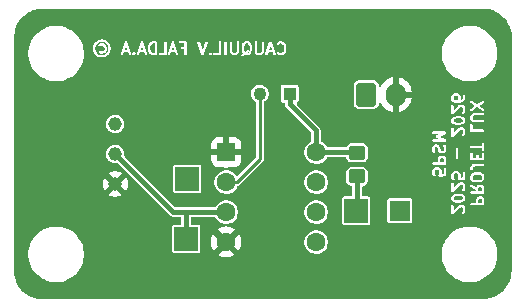
<source format=gbr>
%TF.GenerationSoftware,KiCad,Pcbnew,9.0.6*%
%TF.CreationDate,2026-01-19T07:30:14+01:00*%
%TF.ProjectId,Lumiere,4c756d69-6572-4652-9e6b-696361645f70,rev?*%
%TF.SameCoordinates,Original*%
%TF.FileFunction,Copper,L2,Bot*%
%TF.FilePolarity,Positive*%
%FSLAX46Y46*%
G04 Gerber Fmt 4.6, Leading zero omitted, Abs format (unit mm)*
G04 Created by KiCad (PCBNEW 9.0.6) date 2026-01-19 07:30:14*
%MOMM*%
%LPD*%
G01*
G04 APERTURE LIST*
G04 Aperture macros list*
%AMRoundRect*
0 Rectangle with rounded corners*
0 $1 Rounding radius*
0 $2 $3 $4 $5 $6 $7 $8 $9 X,Y pos of 4 corners*
0 Add a 4 corners polygon primitive as box body*
4,1,4,$2,$3,$4,$5,$6,$7,$8,$9,$2,$3,0*
0 Add four circle primitives for the rounded corners*
1,1,$1+$1,$2,$3*
1,1,$1+$1,$4,$5*
1,1,$1+$1,$6,$7*
1,1,$1+$1,$8,$9*
0 Add four rect primitives between the rounded corners*
20,1,$1+$1,$2,$3,$4,$5,0*
20,1,$1+$1,$4,$5,$6,$7,0*
20,1,$1+$1,$6,$7,$8,$9,0*
20,1,$1+$1,$8,$9,$2,$3,0*%
G04 Aperture macros list end*
%ADD10C,0.200000*%
%TA.AperFunction,ComponentPad*%
%ADD11RoundRect,0.250000X-0.550000X-0.550000X0.550000X-0.550000X0.550000X0.550000X-0.550000X0.550000X0*%
%TD*%
%TA.AperFunction,ComponentPad*%
%ADD12C,1.600000*%
%TD*%
%TA.AperFunction,ComponentPad*%
%ADD13R,2.000000X2.000000*%
%TD*%
%TA.AperFunction,ComponentPad*%
%ADD14R,1.700000X1.700000*%
%TD*%
%TA.AperFunction,ComponentPad*%
%ADD15R,1.100000X1.100000*%
%TD*%
%TA.AperFunction,ComponentPad*%
%ADD16C,1.100000*%
%TD*%
%TA.AperFunction,ComponentPad*%
%ADD17RoundRect,0.250000X-0.600000X-0.750000X0.600000X-0.750000X0.600000X0.750000X-0.600000X0.750000X0*%
%TD*%
%TA.AperFunction,ComponentPad*%
%ADD18O,1.700000X2.000000*%
%TD*%
%TA.AperFunction,ComponentPad*%
%ADD19C,1.150000*%
%TD*%
%TA.AperFunction,SMDPad,CuDef*%
%ADD20RoundRect,0.250000X-0.450000X0.350000X-0.450000X-0.350000X0.450000X-0.350000X0.450000X0.350000X0*%
%TD*%
%TA.AperFunction,ViaPad*%
%ADD21C,0.600000*%
%TD*%
%TA.AperFunction,ViaPad*%
%ADD22C,1.200000*%
%TD*%
%TA.AperFunction,Conductor*%
%ADD23C,0.400000*%
%TD*%
%TA.AperFunction,Conductor*%
%ADD24C,0.250000*%
%TD*%
G04 APERTURE END LIST*
D10*
G36*
X52028194Y-28414091D02*
G01*
X52052863Y-28438759D01*
X52082668Y-28498369D01*
X52082668Y-28755714D01*
X51758859Y-28755714D01*
X51758859Y-28498369D01*
X51788664Y-28438759D01*
X51813332Y-28414090D01*
X51872942Y-28384286D01*
X51968585Y-28384286D01*
X52028194Y-28414091D01*
G37*
G36*
X50347343Y-28188160D02*
G01*
X50418250Y-28223614D01*
X50442919Y-28248282D01*
X50472724Y-28307892D01*
X50472724Y-28355916D01*
X50442919Y-28415525D01*
X50418250Y-28440193D01*
X50347343Y-28475647D01*
X50179462Y-28517618D01*
X49965986Y-28517618D01*
X49798105Y-28475647D01*
X49727198Y-28440194D01*
X49702527Y-28415523D01*
X49672724Y-28355916D01*
X49672724Y-28307891D01*
X49702527Y-28248284D01*
X49727198Y-28223613D01*
X49798105Y-28188160D01*
X49965986Y-28146190D01*
X50179462Y-28146190D01*
X50347343Y-28188160D01*
G37*
G36*
X52028194Y-27414091D02*
G01*
X52052863Y-27438759D01*
X52082668Y-27498369D01*
X52082668Y-27755714D01*
X51758859Y-27755714D01*
X51758859Y-27498369D01*
X51788664Y-27438759D01*
X51813332Y-27414090D01*
X51872942Y-27384286D01*
X51968585Y-27384286D01*
X52028194Y-27414091D01*
G37*
G36*
X51988685Y-26374582D02*
G01*
X52052864Y-26438761D01*
X52082668Y-26498369D01*
X52082668Y-26641631D01*
X52052864Y-26701239D01*
X51988685Y-26765418D01*
X51837025Y-26803333D01*
X51528311Y-26803333D01*
X51376652Y-26765418D01*
X51312471Y-26701237D01*
X51282668Y-26641631D01*
X51282668Y-26498368D01*
X51312471Y-26438762D01*
X51376652Y-26374581D01*
X51528311Y-26336667D01*
X51837025Y-26336667D01*
X51988685Y-26374582D01*
G37*
G36*
X48808306Y-24961709D02*
G01*
X48832975Y-24986377D01*
X48862780Y-25045987D01*
X48862780Y-25303332D01*
X48538971Y-25303332D01*
X48538971Y-25045987D01*
X48568776Y-24986377D01*
X48593444Y-24961708D01*
X48653054Y-24931904D01*
X48748697Y-24931904D01*
X48808306Y-24961709D01*
G37*
G36*
X50347343Y-21616731D02*
G01*
X50418250Y-21652185D01*
X50442919Y-21676853D01*
X50472724Y-21736463D01*
X50472724Y-21784487D01*
X50442919Y-21844096D01*
X50418250Y-21868764D01*
X50347343Y-21904218D01*
X50179462Y-21946189D01*
X49965986Y-21946189D01*
X49798105Y-21904218D01*
X49727198Y-21868765D01*
X49702527Y-21844094D01*
X49672724Y-21784487D01*
X49672724Y-21736462D01*
X49702527Y-21676855D01*
X49727198Y-21652184D01*
X49798105Y-21616731D01*
X49965986Y-21574761D01*
X50179462Y-21574761D01*
X50347343Y-21616731D01*
G37*
G36*
X50037298Y-19699804D02*
G01*
X50061967Y-19724472D01*
X50091772Y-19784082D01*
X50091772Y-19927344D01*
X50061967Y-19986953D01*
X50037298Y-20011621D01*
X49977689Y-20041427D01*
X49786808Y-20041427D01*
X49727198Y-20011622D01*
X49702527Y-19986951D01*
X49672724Y-19927344D01*
X49672724Y-19784081D01*
X49702527Y-19724474D01*
X49727198Y-19699803D01*
X49786808Y-19669999D01*
X49977689Y-19669999D01*
X50037298Y-19699804D01*
G37*
G36*
X52393779Y-29826808D02*
G01*
X47751669Y-29826808D01*
X47751669Y-28998571D01*
X49472724Y-28998571D01*
X49472724Y-29617618D01*
X49474645Y-29637127D01*
X49489577Y-29673175D01*
X49517167Y-29700765D01*
X49553215Y-29715697D01*
X49592233Y-29715697D01*
X49628281Y-29700765D01*
X49643435Y-29688329D01*
X50198172Y-29133592D01*
X50303236Y-29098571D01*
X50358641Y-29098571D01*
X50418250Y-29128376D01*
X50442919Y-29153044D01*
X50472724Y-29212654D01*
X50472724Y-29403535D01*
X50442919Y-29463144D01*
X50406775Y-29499288D01*
X50394339Y-29514442D01*
X50379407Y-29550490D01*
X50379407Y-29589508D01*
X50394339Y-29625556D01*
X50421929Y-29653146D01*
X50457977Y-29668078D01*
X50496995Y-29668078D01*
X50533043Y-29653146D01*
X50548197Y-29640710D01*
X50595815Y-29593091D01*
X50602107Y-29585424D01*
X50604105Y-29583692D01*
X50605998Y-29580683D01*
X50608252Y-29577938D01*
X50609262Y-29575497D01*
X50614548Y-29567101D01*
X50662167Y-29471864D01*
X50669173Y-29453555D01*
X50669427Y-29449971D01*
X50670803Y-29446651D01*
X50672724Y-29427142D01*
X50672724Y-29189047D01*
X50670803Y-29169538D01*
X50669427Y-29166217D01*
X50669173Y-29162634D01*
X50662167Y-29144325D01*
X50614548Y-29049088D01*
X50609262Y-29040691D01*
X50608252Y-29038251D01*
X50605998Y-29035505D01*
X50604105Y-29032497D01*
X50602107Y-29030764D01*
X50595815Y-29023098D01*
X50548197Y-28975479D01*
X50540526Y-28969184D01*
X50538797Y-28967190D01*
X50535789Y-28965296D01*
X50533043Y-28963043D01*
X50530603Y-28962032D01*
X50522207Y-28956747D01*
X50426969Y-28909128D01*
X50408661Y-28902122D01*
X50405077Y-28901867D01*
X50401757Y-28900492D01*
X50382248Y-28898571D01*
X50287010Y-28898571D01*
X50277136Y-28899543D01*
X50274502Y-28899356D01*
X50271038Y-28900143D01*
X50267501Y-28900492D01*
X50265059Y-28901503D01*
X50255387Y-28903703D01*
X50112530Y-28951322D01*
X50094630Y-28959313D01*
X50091914Y-28961668D01*
X50088596Y-28963043D01*
X50073442Y-28975479D01*
X49672724Y-29376196D01*
X49672724Y-28998571D01*
X49670803Y-28979062D01*
X49655871Y-28943014D01*
X49628281Y-28915424D01*
X49592233Y-28900492D01*
X49553215Y-28900492D01*
X49517167Y-28915424D01*
X49489577Y-28943014D01*
X49474645Y-28979062D01*
X49472724Y-28998571D01*
X47751669Y-28998571D01*
X47751669Y-28836205D01*
X51084589Y-28836205D01*
X51084589Y-28875223D01*
X51099521Y-28911271D01*
X51127111Y-28938861D01*
X51163159Y-28953793D01*
X51182668Y-28955714D01*
X52182668Y-28955714D01*
X52202177Y-28953793D01*
X52238225Y-28938861D01*
X52265815Y-28911271D01*
X52280747Y-28875223D01*
X52282668Y-28855714D01*
X52282668Y-28474762D01*
X52280747Y-28455253D01*
X52279371Y-28451932D01*
X52279117Y-28448349D01*
X52272111Y-28430040D01*
X52224492Y-28334803D01*
X52219206Y-28326406D01*
X52218196Y-28323966D01*
X52215942Y-28321220D01*
X52214049Y-28318212D01*
X52212051Y-28316479D01*
X52205759Y-28308813D01*
X52158141Y-28261194D01*
X52150470Y-28254899D01*
X52148741Y-28252905D01*
X52145733Y-28251011D01*
X52142987Y-28248758D01*
X52140547Y-28247747D01*
X52132151Y-28242462D01*
X52036913Y-28194843D01*
X52018605Y-28187837D01*
X52015021Y-28187582D01*
X52011701Y-28186207D01*
X51992192Y-28184286D01*
X51849335Y-28184286D01*
X51829826Y-28186207D01*
X51826505Y-28187582D01*
X51822922Y-28187837D01*
X51804613Y-28194843D01*
X51709376Y-28242462D01*
X51700979Y-28247747D01*
X51698539Y-28248758D01*
X51695793Y-28251011D01*
X51692785Y-28252905D01*
X51691052Y-28254902D01*
X51683386Y-28261195D01*
X51635767Y-28308813D01*
X51629472Y-28316483D01*
X51627478Y-28318213D01*
X51625584Y-28321220D01*
X51623331Y-28323967D01*
X51622320Y-28326406D01*
X51617035Y-28334803D01*
X51569416Y-28430041D01*
X51562410Y-28448349D01*
X51562155Y-28451932D01*
X51560780Y-28455253D01*
X51558859Y-28474762D01*
X51558859Y-28755714D01*
X51182668Y-28755714D01*
X51163159Y-28757635D01*
X51127111Y-28772567D01*
X51099521Y-28800157D01*
X51084589Y-28836205D01*
X47751669Y-28836205D01*
X47751669Y-28284285D01*
X49472724Y-28284285D01*
X49472724Y-28379523D01*
X49474645Y-28399032D01*
X49476020Y-28402351D01*
X49476275Y-28405937D01*
X49483282Y-28424245D01*
X49530902Y-28519483D01*
X49536186Y-28527878D01*
X49537197Y-28530318D01*
X49539450Y-28533063D01*
X49541345Y-28536074D01*
X49543341Y-28537805D01*
X49549633Y-28545472D01*
X49597252Y-28593090D01*
X49604918Y-28599382D01*
X49606651Y-28601380D01*
X49609659Y-28603273D01*
X49612405Y-28605527D01*
X49614845Y-28606537D01*
X49623242Y-28611823D01*
X49718479Y-28659442D01*
X49719907Y-28659988D01*
X49720487Y-28660418D01*
X49728663Y-28663339D01*
X49736788Y-28666448D01*
X49737508Y-28666499D01*
X49738947Y-28667013D01*
X49929423Y-28714632D01*
X49932804Y-28715132D01*
X49934168Y-28715697D01*
X49941518Y-28716420D01*
X49948816Y-28717500D01*
X49950274Y-28717282D01*
X49953677Y-28717618D01*
X50191772Y-28717618D01*
X50195174Y-28717282D01*
X50196633Y-28717500D01*
X50203930Y-28716420D01*
X50211281Y-28715697D01*
X50212644Y-28715132D01*
X50216026Y-28714632D01*
X50406501Y-28667013D01*
X50407938Y-28666499D01*
X50408661Y-28666448D01*
X50416785Y-28663339D01*
X50424962Y-28660418D01*
X50425542Y-28659987D01*
X50426969Y-28659442D01*
X50522207Y-28611823D01*
X50530603Y-28606537D01*
X50533043Y-28605527D01*
X50535789Y-28603273D01*
X50538797Y-28601380D01*
X50540526Y-28599385D01*
X50548197Y-28593091D01*
X50595815Y-28545472D01*
X50602107Y-28537805D01*
X50604105Y-28536073D01*
X50605998Y-28533064D01*
X50608252Y-28530319D01*
X50609262Y-28527878D01*
X50614548Y-28519482D01*
X50662167Y-28424245D01*
X50669173Y-28405936D01*
X50669427Y-28402352D01*
X50670803Y-28399032D01*
X50672724Y-28379523D01*
X50672724Y-28284285D01*
X50670803Y-28264776D01*
X50669427Y-28261455D01*
X50669173Y-28257872D01*
X50662167Y-28239563D01*
X50614548Y-28144326D01*
X50609262Y-28135929D01*
X50608252Y-28133489D01*
X50605998Y-28130743D01*
X50604105Y-28127735D01*
X50602107Y-28126002D01*
X50595815Y-28118336D01*
X50548197Y-28070717D01*
X50540526Y-28064422D01*
X50538797Y-28062428D01*
X50535789Y-28060534D01*
X50533043Y-28058281D01*
X50530603Y-28057270D01*
X50522207Y-28051985D01*
X50426969Y-28004366D01*
X50425542Y-28003820D01*
X50424962Y-28003390D01*
X50416785Y-28000468D01*
X50408661Y-27997360D01*
X50407938Y-27997308D01*
X50406501Y-27996795D01*
X50216026Y-27949176D01*
X50212644Y-27948675D01*
X50211281Y-27948111D01*
X50203930Y-27947387D01*
X50196633Y-27946308D01*
X50195174Y-27946525D01*
X50191772Y-27946190D01*
X49953677Y-27946190D01*
X49950274Y-27946525D01*
X49948816Y-27946308D01*
X49941518Y-27947387D01*
X49934168Y-27948111D01*
X49932804Y-27948675D01*
X49929423Y-27949176D01*
X49738947Y-27996795D01*
X49737508Y-27997308D01*
X49736788Y-27997360D01*
X49728663Y-28000468D01*
X49720487Y-28003390D01*
X49719907Y-28003819D01*
X49718479Y-28004366D01*
X49623242Y-28051985D01*
X49614845Y-28057270D01*
X49612405Y-28058281D01*
X49609659Y-28060534D01*
X49606651Y-28062428D01*
X49604918Y-28064425D01*
X49597252Y-28070718D01*
X49549633Y-28118336D01*
X49543341Y-28126002D01*
X49541345Y-28127734D01*
X49539450Y-28130744D01*
X49537197Y-28133490D01*
X49536186Y-28135929D01*
X49530902Y-28144325D01*
X49483282Y-28239563D01*
X49476275Y-28257871D01*
X49476020Y-28261456D01*
X49474645Y-28264776D01*
X49472724Y-28284285D01*
X47751669Y-28284285D01*
X47751669Y-27093809D01*
X49472724Y-27093809D01*
X49472724Y-27712856D01*
X49474645Y-27732365D01*
X49489577Y-27768413D01*
X49517167Y-27796003D01*
X49553215Y-27810935D01*
X49592233Y-27810935D01*
X49628281Y-27796003D01*
X49643435Y-27783567D01*
X50198172Y-27228830D01*
X50303236Y-27193809D01*
X50358641Y-27193809D01*
X50418250Y-27223614D01*
X50442919Y-27248282D01*
X50472724Y-27307892D01*
X50472724Y-27498773D01*
X50442919Y-27558382D01*
X50406775Y-27594526D01*
X50394339Y-27609680D01*
X50379407Y-27645728D01*
X50379407Y-27684746D01*
X50394339Y-27720794D01*
X50421929Y-27748384D01*
X50457977Y-27763316D01*
X50496995Y-27763316D01*
X50533043Y-27748384D01*
X50548197Y-27735948D01*
X50595815Y-27688329D01*
X50602107Y-27680662D01*
X50604105Y-27678930D01*
X50605998Y-27675921D01*
X50608252Y-27673176D01*
X50609262Y-27670735D01*
X50614548Y-27662339D01*
X50662167Y-27567102D01*
X50669173Y-27548793D01*
X50669427Y-27545209D01*
X50670803Y-27541889D01*
X50672724Y-27522380D01*
X50672724Y-27284285D01*
X50672511Y-27282118D01*
X51082691Y-27282118D01*
X51089472Y-27320543D01*
X51110441Y-27353448D01*
X51125322Y-27366209D01*
X51558859Y-27669684D01*
X51558859Y-27755714D01*
X51182668Y-27755714D01*
X51163159Y-27757635D01*
X51127111Y-27772567D01*
X51099521Y-27800157D01*
X51084589Y-27836205D01*
X51084589Y-27875223D01*
X51099521Y-27911271D01*
X51127111Y-27938861D01*
X51163159Y-27953793D01*
X51182668Y-27955714D01*
X52182668Y-27955714D01*
X52202177Y-27953793D01*
X52238225Y-27938861D01*
X52265815Y-27911271D01*
X52280747Y-27875223D01*
X52282668Y-27855714D01*
X52282668Y-27474762D01*
X52280747Y-27455253D01*
X52279371Y-27451932D01*
X52279117Y-27448349D01*
X52272111Y-27430040D01*
X52224492Y-27334803D01*
X52219206Y-27326406D01*
X52218196Y-27323966D01*
X52215942Y-27321220D01*
X52214049Y-27318212D01*
X52212051Y-27316479D01*
X52205759Y-27308813D01*
X52158141Y-27261194D01*
X52150470Y-27254899D01*
X52148741Y-27252905D01*
X52145733Y-27251011D01*
X52142987Y-27248758D01*
X52140547Y-27247747D01*
X52132151Y-27242462D01*
X52036913Y-27194843D01*
X52018605Y-27187837D01*
X52015021Y-27187582D01*
X52011701Y-27186207D01*
X51992192Y-27184286D01*
X51849335Y-27184286D01*
X51829826Y-27186207D01*
X51826505Y-27187582D01*
X51822922Y-27187837D01*
X51804613Y-27194843D01*
X51709376Y-27242462D01*
X51700979Y-27247747D01*
X51698539Y-27248758D01*
X51695793Y-27251011D01*
X51692785Y-27252905D01*
X51691052Y-27254902D01*
X51683386Y-27261195D01*
X51635767Y-27308813D01*
X51629472Y-27316483D01*
X51627478Y-27318213D01*
X51625584Y-27321220D01*
X51623331Y-27323967D01*
X51622320Y-27326406D01*
X51617035Y-27334803D01*
X51569416Y-27430041D01*
X51568539Y-27432330D01*
X51240014Y-27202363D01*
X51222930Y-27192749D01*
X51184836Y-27184309D01*
X51146411Y-27191090D01*
X51113506Y-27212059D01*
X51091131Y-27244024D01*
X51082691Y-27282118D01*
X50672511Y-27282118D01*
X50670803Y-27264776D01*
X50669427Y-27261455D01*
X50669173Y-27257872D01*
X50662167Y-27239563D01*
X50614548Y-27144326D01*
X50609262Y-27135929D01*
X50608252Y-27133489D01*
X50605998Y-27130743D01*
X50604105Y-27127735D01*
X50602107Y-27126002D01*
X50595815Y-27118336D01*
X50548197Y-27070717D01*
X50540526Y-27064422D01*
X50538797Y-27062428D01*
X50535789Y-27060534D01*
X50533043Y-27058281D01*
X50530603Y-27057270D01*
X50522207Y-27051985D01*
X50426969Y-27004366D01*
X50408661Y-26997360D01*
X50405077Y-26997105D01*
X50401757Y-26995730D01*
X50382248Y-26993809D01*
X50287010Y-26993809D01*
X50277136Y-26994781D01*
X50274502Y-26994594D01*
X50271038Y-26995381D01*
X50267501Y-26995730D01*
X50265059Y-26996741D01*
X50255387Y-26998941D01*
X50112530Y-27046560D01*
X50094630Y-27054551D01*
X50091914Y-27056906D01*
X50088596Y-27058281D01*
X50073442Y-27070717D01*
X49672724Y-27471434D01*
X49672724Y-27093809D01*
X49670803Y-27074300D01*
X49655871Y-27038252D01*
X49628281Y-27010662D01*
X49592233Y-26995730D01*
X49553215Y-26995730D01*
X49517167Y-27010662D01*
X49489577Y-27038252D01*
X49474645Y-27074300D01*
X49472724Y-27093809D01*
X47751669Y-27093809D01*
X47751669Y-26022380D01*
X47862780Y-26022380D01*
X47862780Y-26260475D01*
X47864701Y-26279984D01*
X47866076Y-26283303D01*
X47866331Y-26286889D01*
X47873338Y-26305197D01*
X47920958Y-26400435D01*
X47926242Y-26408830D01*
X47927253Y-26411270D01*
X47929506Y-26414015D01*
X47931401Y-26417026D01*
X47933397Y-26418757D01*
X47939689Y-26426424D01*
X47987308Y-26474042D01*
X48002461Y-26486479D01*
X48038510Y-26501410D01*
X48077528Y-26501410D01*
X48113576Y-26486479D01*
X48141166Y-26458889D01*
X48156097Y-26422841D01*
X48156097Y-26383823D01*
X48141166Y-26347774D01*
X48128729Y-26332621D01*
X48092583Y-26296475D01*
X48062780Y-26236868D01*
X48062780Y-26045986D01*
X48092583Y-25986379D01*
X48117254Y-25961708D01*
X48176864Y-25931904D01*
X48367745Y-25931904D01*
X48427354Y-25961709D01*
X48452023Y-25986377D01*
X48481828Y-26045987D01*
X48481828Y-26236868D01*
X48452023Y-26296477D01*
X48415879Y-26332621D01*
X48403443Y-26347775D01*
X48401515Y-26352427D01*
X48398328Y-26356324D01*
X48394107Y-26370313D01*
X48388511Y-26383823D01*
X48388511Y-26388860D01*
X48387057Y-26393679D01*
X48388511Y-26408220D01*
X48388511Y-26422841D01*
X48390438Y-26427493D01*
X48390939Y-26432503D01*
X48397848Y-26445383D01*
X48403443Y-26458889D01*
X48407003Y-26462449D01*
X48409384Y-26466887D01*
X48420696Y-26476142D01*
X48431033Y-26486479D01*
X48435685Y-26488406D01*
X48439582Y-26491594D01*
X48453571Y-26495814D01*
X48467081Y-26501411D01*
X48472118Y-26501411D01*
X48476937Y-26502865D01*
X48496540Y-26502836D01*
X48972730Y-26455217D01*
X48979839Y-26453792D01*
X48982289Y-26453792D01*
X48984586Y-26452840D01*
X48991951Y-26451364D01*
X49004831Y-26444454D01*
X49018337Y-26438860D01*
X49021897Y-26435299D01*
X49026335Y-26432919D01*
X49035590Y-26421606D01*
X49045927Y-26411270D01*
X49047854Y-26406617D01*
X49051042Y-26402721D01*
X49055262Y-26388731D01*
X49060859Y-26375222D01*
X49061595Y-26367744D01*
X49062313Y-26365366D01*
X49062069Y-26362929D01*
X49062780Y-26355713D01*
X49062780Y-26331904D01*
X49472724Y-26331904D01*
X49472724Y-26569999D01*
X49474645Y-26589508D01*
X49476020Y-26592827D01*
X49476275Y-26596413D01*
X49483282Y-26614721D01*
X49530902Y-26709959D01*
X49536186Y-26718354D01*
X49537197Y-26720794D01*
X49539450Y-26723539D01*
X49541345Y-26726550D01*
X49543341Y-26728281D01*
X49549633Y-26735948D01*
X49597252Y-26783566D01*
X49612405Y-26796003D01*
X49648454Y-26810934D01*
X49687472Y-26810934D01*
X49723520Y-26796003D01*
X49751110Y-26768413D01*
X49766041Y-26732365D01*
X49766041Y-26693347D01*
X49751110Y-26657298D01*
X49738673Y-26642145D01*
X49702527Y-26605999D01*
X49672724Y-26546392D01*
X49672724Y-26355510D01*
X49702527Y-26295903D01*
X49727198Y-26271232D01*
X49786808Y-26241428D01*
X49977689Y-26241428D01*
X50037298Y-26271233D01*
X50061967Y-26295901D01*
X50091772Y-26355511D01*
X50091772Y-26546392D01*
X50061967Y-26606001D01*
X50025823Y-26642145D01*
X50013387Y-26657299D01*
X50011459Y-26661951D01*
X50008272Y-26665848D01*
X50004051Y-26679837D01*
X49998455Y-26693347D01*
X49998455Y-26698384D01*
X49997001Y-26703203D01*
X49998455Y-26717744D01*
X49998455Y-26732365D01*
X50000382Y-26737017D01*
X50000883Y-26742027D01*
X50007792Y-26754907D01*
X50013387Y-26768413D01*
X50016947Y-26771973D01*
X50019328Y-26776411D01*
X50030640Y-26785666D01*
X50040977Y-26796003D01*
X50045629Y-26797930D01*
X50049526Y-26801118D01*
X50063515Y-26805338D01*
X50077025Y-26810935D01*
X50082062Y-26810935D01*
X50086881Y-26812389D01*
X50106484Y-26812360D01*
X50582674Y-26764741D01*
X50589783Y-26763316D01*
X50592233Y-26763316D01*
X50594530Y-26762364D01*
X50601895Y-26760888D01*
X50614775Y-26753978D01*
X50628281Y-26748384D01*
X50631841Y-26744823D01*
X50636279Y-26742443D01*
X50645534Y-26731130D01*
X50655871Y-26720794D01*
X50657798Y-26716141D01*
X50660986Y-26712245D01*
X50665206Y-26698255D01*
X50670803Y-26684746D01*
X50671539Y-26677268D01*
X50672257Y-26674890D01*
X50672013Y-26672453D01*
X50672724Y-26665237D01*
X50672724Y-26474762D01*
X51082668Y-26474762D01*
X51082668Y-26665238D01*
X51084589Y-26684747D01*
X51085964Y-26688066D01*
X51086219Y-26691652D01*
X51093226Y-26709960D01*
X51140846Y-26805198D01*
X51146130Y-26813593D01*
X51147141Y-26816033D01*
X51149394Y-26818778D01*
X51151289Y-26821789D01*
X51153285Y-26823520D01*
X51159577Y-26831187D01*
X51254815Y-26926425D01*
X51269969Y-26938861D01*
X51276837Y-26941706D01*
X51282812Y-26946133D01*
X51301272Y-26952728D01*
X51491748Y-27000347D01*
X51495129Y-27000847D01*
X51496493Y-27001412D01*
X51503843Y-27002135D01*
X51511141Y-27003215D01*
X51512599Y-27002997D01*
X51516002Y-27003333D01*
X51849335Y-27003333D01*
X51852737Y-27002997D01*
X51854196Y-27003215D01*
X51861493Y-27002135D01*
X51868844Y-27001412D01*
X51870207Y-27000847D01*
X51873589Y-27000347D01*
X52064064Y-26952728D01*
X52082525Y-26946133D01*
X52088499Y-26941706D01*
X52095368Y-26938861D01*
X52110522Y-26926425D01*
X52205760Y-26831187D01*
X52212051Y-26823520D01*
X52214049Y-26821788D01*
X52215944Y-26818776D01*
X52218196Y-26816033D01*
X52219205Y-26813595D01*
X52224492Y-26805197D01*
X52272111Y-26709960D01*
X52279117Y-26691651D01*
X52279371Y-26688067D01*
X52280747Y-26684747D01*
X52282668Y-26665238D01*
X52282668Y-26474762D01*
X52280747Y-26455253D01*
X52279371Y-26451932D01*
X52279117Y-26448349D01*
X52272111Y-26430040D01*
X52224492Y-26334803D01*
X52219205Y-26326404D01*
X52218196Y-26323967D01*
X52215944Y-26321223D01*
X52214049Y-26318212D01*
X52212051Y-26316479D01*
X52205760Y-26308813D01*
X52110522Y-26213575D01*
X52095368Y-26201139D01*
X52088499Y-26198293D01*
X52082525Y-26193867D01*
X52064064Y-26187272D01*
X51873589Y-26139653D01*
X51870207Y-26139152D01*
X51868844Y-26138588D01*
X51861493Y-26137864D01*
X51854196Y-26136785D01*
X51852737Y-26137002D01*
X51849335Y-26136667D01*
X51516002Y-26136667D01*
X51512599Y-26137002D01*
X51511141Y-26136785D01*
X51503843Y-26137864D01*
X51496493Y-26138588D01*
X51495129Y-26139152D01*
X51491748Y-26139653D01*
X51301272Y-26187272D01*
X51282812Y-26193867D01*
X51276837Y-26198293D01*
X51269969Y-26201139D01*
X51254815Y-26213575D01*
X51159577Y-26308813D01*
X51153285Y-26316479D01*
X51151289Y-26318211D01*
X51149394Y-26321221D01*
X51147141Y-26323967D01*
X51146130Y-26326406D01*
X51140846Y-26334802D01*
X51093226Y-26430040D01*
X51086219Y-26448348D01*
X51085964Y-26451933D01*
X51084589Y-26455253D01*
X51082668Y-26474762D01*
X50672724Y-26474762D01*
X50672724Y-26189047D01*
X50670803Y-26169538D01*
X50655871Y-26133490D01*
X50628281Y-26105900D01*
X50592233Y-26090968D01*
X50553215Y-26090968D01*
X50517167Y-26105900D01*
X50489577Y-26133490D01*
X50474645Y-26169538D01*
X50472724Y-26189047D01*
X50472724Y-26574738D01*
X50288451Y-26593165D01*
X50288475Y-26592828D01*
X50289851Y-26589508D01*
X50291772Y-26569999D01*
X50291772Y-26331904D01*
X50289851Y-26312395D01*
X50288475Y-26309074D01*
X50288221Y-26305491D01*
X50281215Y-26287182D01*
X50233596Y-26191945D01*
X50228310Y-26183548D01*
X50227300Y-26181108D01*
X50225046Y-26178362D01*
X50223153Y-26175354D01*
X50221155Y-26173621D01*
X50214863Y-26165955D01*
X50167245Y-26118336D01*
X50159574Y-26112041D01*
X50157845Y-26110047D01*
X50154837Y-26108153D01*
X50152091Y-26105900D01*
X50149651Y-26104889D01*
X50141255Y-26099604D01*
X50046017Y-26051985D01*
X50027709Y-26044979D01*
X50024125Y-26044724D01*
X50020805Y-26043349D01*
X50001296Y-26041428D01*
X49763201Y-26041428D01*
X49743692Y-26043349D01*
X49740371Y-26044724D01*
X49736788Y-26044979D01*
X49718479Y-26051985D01*
X49623242Y-26099604D01*
X49614845Y-26104889D01*
X49612405Y-26105900D01*
X49609659Y-26108153D01*
X49606651Y-26110047D01*
X49604918Y-26112044D01*
X49597252Y-26118337D01*
X49549633Y-26165955D01*
X49543341Y-26173621D01*
X49541345Y-26175353D01*
X49539450Y-26178363D01*
X49537197Y-26181109D01*
X49536186Y-26183548D01*
X49530902Y-26191944D01*
X49483282Y-26287182D01*
X49476275Y-26305490D01*
X49476020Y-26309075D01*
X49474645Y-26312395D01*
X49472724Y-26331904D01*
X49062780Y-26331904D01*
X49062780Y-25879523D01*
X49060859Y-25860014D01*
X49045927Y-25823966D01*
X49030056Y-25808095D01*
X51082668Y-25808095D01*
X51082668Y-25903333D01*
X51084589Y-25922842D01*
X51099521Y-25958890D01*
X51127111Y-25986480D01*
X51163159Y-26001412D01*
X51202177Y-26001412D01*
X51238225Y-25986480D01*
X51265815Y-25958890D01*
X51280747Y-25922842D01*
X51282668Y-25903333D01*
X51282668Y-25824322D01*
X51317690Y-25719257D01*
X51379545Y-25657402D01*
X51484609Y-25622381D01*
X52182668Y-25622381D01*
X52202177Y-25620460D01*
X52238225Y-25605528D01*
X52265815Y-25577938D01*
X52280747Y-25541890D01*
X52280747Y-25502872D01*
X52265815Y-25466824D01*
X52238225Y-25439234D01*
X52202177Y-25424302D01*
X52182668Y-25422381D01*
X51468383Y-25422381D01*
X51458509Y-25423353D01*
X51455875Y-25423166D01*
X51452411Y-25423953D01*
X51448874Y-25424302D01*
X51446432Y-25425313D01*
X51436760Y-25427513D01*
X51293903Y-25475132D01*
X51276003Y-25483123D01*
X51273287Y-25485478D01*
X51269969Y-25486853D01*
X51254815Y-25499289D01*
X51159577Y-25594527D01*
X51147141Y-25609681D01*
X51145766Y-25612999D01*
X51143412Y-25615714D01*
X51135420Y-25633614D01*
X51087800Y-25776472D01*
X51085600Y-25786144D01*
X51084589Y-25788586D01*
X51084240Y-25792123D01*
X51083453Y-25795587D01*
X51083640Y-25798221D01*
X51082668Y-25808095D01*
X49030056Y-25808095D01*
X49018337Y-25796376D01*
X48982289Y-25781444D01*
X48943271Y-25781444D01*
X48907223Y-25796376D01*
X48879633Y-25823966D01*
X48864701Y-25860014D01*
X48862780Y-25879523D01*
X48862780Y-26265214D01*
X48678507Y-26283641D01*
X48678531Y-26283304D01*
X48679907Y-26279984D01*
X48681828Y-26260475D01*
X48681828Y-26022380D01*
X48679907Y-26002871D01*
X48678531Y-25999550D01*
X48678277Y-25995967D01*
X48671271Y-25977658D01*
X48623652Y-25882421D01*
X48618366Y-25874024D01*
X48617356Y-25871584D01*
X48615102Y-25868838D01*
X48613209Y-25865830D01*
X48611211Y-25864097D01*
X48604919Y-25856431D01*
X48557301Y-25808812D01*
X48549630Y-25802517D01*
X48547901Y-25800523D01*
X48544893Y-25798629D01*
X48542147Y-25796376D01*
X48539707Y-25795365D01*
X48531311Y-25790080D01*
X48436073Y-25742461D01*
X48417765Y-25735455D01*
X48414181Y-25735200D01*
X48410861Y-25733825D01*
X48391352Y-25731904D01*
X48153257Y-25731904D01*
X48133748Y-25733825D01*
X48130427Y-25735200D01*
X48126844Y-25735455D01*
X48108535Y-25742461D01*
X48013298Y-25790080D01*
X48004901Y-25795365D01*
X48002461Y-25796376D01*
X47999715Y-25798629D01*
X47996707Y-25800523D01*
X47994974Y-25802520D01*
X47987308Y-25808813D01*
X47939689Y-25856431D01*
X47933397Y-25864097D01*
X47931401Y-25865829D01*
X47929506Y-25868839D01*
X47927253Y-25871585D01*
X47926242Y-25874024D01*
X47920958Y-25882420D01*
X47873338Y-25977658D01*
X47866331Y-25995966D01*
X47866076Y-25999551D01*
X47864701Y-26002871D01*
X47862780Y-26022380D01*
X47751669Y-26022380D01*
X47751669Y-25383823D01*
X47864701Y-25383823D01*
X47864701Y-25422841D01*
X47879633Y-25458889D01*
X47907223Y-25486479D01*
X47943271Y-25501411D01*
X47962780Y-25503332D01*
X48962780Y-25503332D01*
X48982289Y-25501411D01*
X49018337Y-25486479D01*
X49045927Y-25458889D01*
X49060859Y-25422841D01*
X49062780Y-25403332D01*
X49062780Y-25022380D01*
X49060859Y-25002871D01*
X49059483Y-24999550D01*
X49059229Y-24995967D01*
X49052223Y-24977658D01*
X49004604Y-24882421D01*
X48999318Y-24874024D01*
X48998308Y-24871584D01*
X48996054Y-24868838D01*
X48994161Y-24865830D01*
X48992163Y-24864097D01*
X48985871Y-24856431D01*
X48938253Y-24808812D01*
X48930582Y-24802517D01*
X48928853Y-24800523D01*
X48925845Y-24798629D01*
X48923099Y-24796376D01*
X48920659Y-24795365D01*
X48912263Y-24790080D01*
X48817025Y-24742461D01*
X48798717Y-24735455D01*
X48795133Y-24735200D01*
X48791813Y-24733825D01*
X48772304Y-24731904D01*
X48629447Y-24731904D01*
X48609938Y-24733825D01*
X48606617Y-24735200D01*
X48603034Y-24735455D01*
X48584725Y-24742461D01*
X48489488Y-24790080D01*
X48481091Y-24795365D01*
X48478651Y-24796376D01*
X48475905Y-24798629D01*
X48472897Y-24800523D01*
X48471164Y-24802520D01*
X48463498Y-24808813D01*
X48415879Y-24856431D01*
X48409584Y-24864101D01*
X48407590Y-24865831D01*
X48405696Y-24868838D01*
X48403443Y-24871585D01*
X48402432Y-24874024D01*
X48397147Y-24882421D01*
X48349528Y-24977659D01*
X48342522Y-24995967D01*
X48342267Y-24999550D01*
X48340892Y-25002871D01*
X48338971Y-25022380D01*
X48338971Y-25303332D01*
X47962780Y-25303332D01*
X47943271Y-25305253D01*
X47907223Y-25320185D01*
X47879633Y-25347775D01*
X47864701Y-25383823D01*
X47751669Y-25383823D01*
X47751669Y-24069999D01*
X47862780Y-24069999D01*
X47862780Y-24308094D01*
X47863752Y-24317967D01*
X47863565Y-24320602D01*
X47864352Y-24324065D01*
X47864701Y-24327603D01*
X47865712Y-24330044D01*
X47867912Y-24339717D01*
X47915532Y-24482575D01*
X47923524Y-24500475D01*
X47949089Y-24529951D01*
X47983988Y-24547400D01*
X48022908Y-24550166D01*
X48059924Y-24537827D01*
X48089400Y-24512262D01*
X48106849Y-24477363D01*
X48109615Y-24438443D01*
X48105268Y-24419328D01*
X48062780Y-24291866D01*
X48062780Y-24093605D01*
X48092583Y-24033998D01*
X48117254Y-24009327D01*
X48176864Y-23979523D01*
X48224888Y-23979523D01*
X48284497Y-24009328D01*
X48309166Y-24033996D01*
X48344619Y-24104903D01*
X48389576Y-24284728D01*
X48390089Y-24286165D01*
X48390141Y-24286888D01*
X48393249Y-24295012D01*
X48396171Y-24303189D01*
X48396601Y-24303769D01*
X48397147Y-24305196D01*
X48444766Y-24400434D01*
X48450051Y-24408830D01*
X48451062Y-24411270D01*
X48453315Y-24414016D01*
X48455209Y-24417024D01*
X48457203Y-24418753D01*
X48463498Y-24426424D01*
X48511117Y-24474042D01*
X48518783Y-24480334D01*
X48520516Y-24482332D01*
X48523524Y-24484225D01*
X48526270Y-24486479D01*
X48528710Y-24487489D01*
X48537107Y-24492775D01*
X48632344Y-24540394D01*
X48650653Y-24547400D01*
X48654236Y-24547654D01*
X48657557Y-24549030D01*
X48677066Y-24550951D01*
X48772304Y-24550951D01*
X48791813Y-24549030D01*
X48795133Y-24547654D01*
X48798717Y-24547400D01*
X48817025Y-24540394D01*
X48912263Y-24492775D01*
X48920659Y-24487489D01*
X48923099Y-24486479D01*
X48925845Y-24484225D01*
X48928853Y-24482332D01*
X48930582Y-24480337D01*
X48938253Y-24474043D01*
X48985871Y-24426424D01*
X48992163Y-24418757D01*
X48994161Y-24417025D01*
X48996054Y-24414016D01*
X48998308Y-24411271D01*
X48999318Y-24408830D01*
X49004604Y-24400434D01*
X49052223Y-24305197D01*
X49059229Y-24286888D01*
X49059483Y-24283304D01*
X49060859Y-24279984D01*
X49062780Y-24260475D01*
X49062780Y-24189047D01*
X49853677Y-24189047D01*
X49853677Y-24950951D01*
X49855598Y-24970460D01*
X49870530Y-25006508D01*
X49898120Y-25034098D01*
X49934168Y-25049030D01*
X49973186Y-25049030D01*
X50009234Y-25034098D01*
X50036824Y-25006508D01*
X50051756Y-24970460D01*
X50053677Y-24950951D01*
X50053677Y-24570000D01*
X51082668Y-24570000D01*
X51082668Y-25046190D01*
X51084589Y-25065699D01*
X51099521Y-25101747D01*
X51127111Y-25129337D01*
X51163159Y-25144269D01*
X51182668Y-25146190D01*
X52182668Y-25146190D01*
X52202177Y-25144269D01*
X52238225Y-25129337D01*
X52265815Y-25101747D01*
X52280747Y-25065699D01*
X52282668Y-25046190D01*
X52282668Y-24570000D01*
X52280747Y-24550491D01*
X52265815Y-24514443D01*
X52238225Y-24486853D01*
X52202177Y-24471921D01*
X52163159Y-24471921D01*
X52127111Y-24486853D01*
X52099521Y-24514443D01*
X52084589Y-24550491D01*
X52082668Y-24570000D01*
X52082668Y-24946190D01*
X51806478Y-24946190D01*
X51806478Y-24712857D01*
X51804557Y-24693348D01*
X51789625Y-24657300D01*
X51762035Y-24629710D01*
X51725987Y-24614778D01*
X51686969Y-24614778D01*
X51650921Y-24629710D01*
X51623331Y-24657300D01*
X51608399Y-24693348D01*
X51606478Y-24712857D01*
X51606478Y-24946190D01*
X51282668Y-24946190D01*
X51282668Y-24570000D01*
X51280747Y-24550491D01*
X51265815Y-24514443D01*
X51238225Y-24486853D01*
X51202177Y-24471921D01*
X51163159Y-24471921D01*
X51127111Y-24486853D01*
X51099521Y-24514443D01*
X51084589Y-24550491D01*
X51082668Y-24570000D01*
X50053677Y-24570000D01*
X50053677Y-24189047D01*
X50051756Y-24169538D01*
X50036824Y-24133490D01*
X50009234Y-24105900D01*
X49973186Y-24090968D01*
X49934168Y-24090968D01*
X49898120Y-24105900D01*
X49870530Y-24133490D01*
X49855598Y-24169538D01*
X49853677Y-24189047D01*
X49062780Y-24189047D01*
X49062780Y-24022380D01*
X49061807Y-24012506D01*
X49061995Y-24009872D01*
X49061207Y-24006408D01*
X49060859Y-24002871D01*
X49059847Y-24000429D01*
X49057648Y-23990757D01*
X49053750Y-23979062D01*
X51084589Y-23979062D01*
X51084589Y-24018080D01*
X51099521Y-24054128D01*
X51127111Y-24081718D01*
X51163159Y-24096650D01*
X51182668Y-24098571D01*
X52082668Y-24098571D01*
X52082668Y-24284285D01*
X52084589Y-24303794D01*
X52099521Y-24339842D01*
X52127111Y-24367432D01*
X52163159Y-24382364D01*
X52202177Y-24382364D01*
X52238225Y-24367432D01*
X52265815Y-24339842D01*
X52280747Y-24303794D01*
X52282668Y-24284285D01*
X52282668Y-23712857D01*
X52280747Y-23693348D01*
X52265815Y-23657300D01*
X52238225Y-23629710D01*
X52202177Y-23614778D01*
X52163159Y-23614778D01*
X52127111Y-23629710D01*
X52099521Y-23657300D01*
X52084589Y-23693348D01*
X52082668Y-23712857D01*
X52082668Y-23898571D01*
X51182668Y-23898571D01*
X51163159Y-23900492D01*
X51127111Y-23915424D01*
X51099521Y-23943014D01*
X51084589Y-23979062D01*
X49053750Y-23979062D01*
X49010029Y-23847900D01*
X49002038Y-23830000D01*
X48976473Y-23800524D01*
X48941574Y-23783074D01*
X48902654Y-23780308D01*
X48865638Y-23792646D01*
X48836162Y-23818211D01*
X48818712Y-23853110D01*
X48815946Y-23892030D01*
X48820293Y-23911146D01*
X48862780Y-24038606D01*
X48862780Y-24236868D01*
X48832975Y-24296477D01*
X48808306Y-24321145D01*
X48748697Y-24350951D01*
X48700673Y-24350951D01*
X48641063Y-24321146D01*
X48616395Y-24296477D01*
X48580941Y-24225570D01*
X48535985Y-24045745D01*
X48535471Y-24044306D01*
X48535420Y-24043586D01*
X48532311Y-24035461D01*
X48529390Y-24027285D01*
X48528960Y-24026705D01*
X48528414Y-24025277D01*
X48480795Y-23930040D01*
X48475509Y-23921643D01*
X48474499Y-23919203D01*
X48472245Y-23916457D01*
X48470352Y-23913449D01*
X48468354Y-23911716D01*
X48462062Y-23904050D01*
X48414444Y-23856431D01*
X48406773Y-23850136D01*
X48405044Y-23848142D01*
X48402036Y-23846248D01*
X48399290Y-23843995D01*
X48396850Y-23842984D01*
X48388454Y-23837699D01*
X48293216Y-23790080D01*
X48274908Y-23783074D01*
X48271324Y-23782819D01*
X48268004Y-23781444D01*
X48248495Y-23779523D01*
X48153257Y-23779523D01*
X48133748Y-23781444D01*
X48130427Y-23782819D01*
X48126844Y-23783074D01*
X48108535Y-23790080D01*
X48013298Y-23837699D01*
X48004901Y-23842984D01*
X48002461Y-23843995D01*
X47999715Y-23846248D01*
X47996707Y-23848142D01*
X47994974Y-23850139D01*
X47987308Y-23856432D01*
X47939689Y-23904050D01*
X47933397Y-23911716D01*
X47931401Y-23913448D01*
X47929506Y-23916458D01*
X47927253Y-23919204D01*
X47926242Y-23921643D01*
X47920958Y-23930039D01*
X47873338Y-24025277D01*
X47866331Y-24043585D01*
X47866076Y-24047170D01*
X47864701Y-24050490D01*
X47862780Y-24069999D01*
X47751669Y-24069999D01*
X47751669Y-22764776D01*
X47864701Y-22764776D01*
X47864701Y-22803794D01*
X47879633Y-22839842D01*
X47907223Y-22867432D01*
X47943271Y-22882364D01*
X47962780Y-22884285D01*
X48512024Y-22884285D01*
X48206206Y-23027000D01*
X48199060Y-23031232D01*
X48196643Y-23032112D01*
X48194933Y-23033677D01*
X48189340Y-23036991D01*
X48179076Y-23048199D01*
X48167868Y-23058463D01*
X48165988Y-23062490D01*
X48162989Y-23065766D01*
X48157797Y-23080042D01*
X48151367Y-23093821D01*
X48151171Y-23098261D01*
X48149654Y-23102435D01*
X48150321Y-23117618D01*
X48149654Y-23132801D01*
X48151171Y-23136974D01*
X48151367Y-23141415D01*
X48157797Y-23155193D01*
X48162989Y-23169470D01*
X48165988Y-23172745D01*
X48167868Y-23176773D01*
X48179076Y-23187036D01*
X48189340Y-23198245D01*
X48194933Y-23201558D01*
X48196643Y-23203124D01*
X48199060Y-23204003D01*
X48206206Y-23208236D01*
X48512024Y-23350951D01*
X47962780Y-23350951D01*
X47943271Y-23352872D01*
X47907223Y-23367804D01*
X47879633Y-23395394D01*
X47864701Y-23431442D01*
X47864701Y-23470460D01*
X47879633Y-23506508D01*
X47907223Y-23534098D01*
X47943271Y-23549030D01*
X47962780Y-23550951D01*
X48962780Y-23550951D01*
X48975603Y-23549688D01*
X48977963Y-23549792D01*
X48979230Y-23549331D01*
X48982289Y-23549030D01*
X48998319Y-23542389D01*
X49014632Y-23536458D01*
X49016277Y-23534951D01*
X49018337Y-23534098D01*
X49030598Y-23521836D01*
X49043408Y-23510106D01*
X49044352Y-23508082D01*
X49045927Y-23506508D01*
X49052561Y-23490492D01*
X49059908Y-23474749D01*
X49060005Y-23472519D01*
X49060859Y-23470460D01*
X49060859Y-23453108D01*
X49061621Y-23435768D01*
X49060859Y-23433672D01*
X49060859Y-23431442D01*
X49054218Y-23415411D01*
X49048287Y-23399099D01*
X49046780Y-23397453D01*
X49045927Y-23395394D01*
X49033659Y-23383126D01*
X49021935Y-23370324D01*
X49019290Y-23368757D01*
X49018337Y-23367804D01*
X49016155Y-23366900D01*
X49005069Y-23360333D01*
X48484965Y-23117618D01*
X49005069Y-22874903D01*
X49016155Y-22868335D01*
X49018337Y-22867432D01*
X49019290Y-22866478D01*
X49021935Y-22864912D01*
X49033659Y-22852109D01*
X49045927Y-22839842D01*
X49046780Y-22837782D01*
X49048287Y-22836137D01*
X49054218Y-22819824D01*
X49060859Y-22803794D01*
X49060859Y-22801563D01*
X49061621Y-22799468D01*
X49060859Y-22782127D01*
X49060859Y-22764776D01*
X49060005Y-22762716D01*
X49059908Y-22760487D01*
X49052561Y-22744743D01*
X49045927Y-22728728D01*
X49044352Y-22727153D01*
X49043408Y-22725130D01*
X49030598Y-22713399D01*
X49018337Y-22701138D01*
X49016277Y-22700284D01*
X49014632Y-22698778D01*
X48998319Y-22692846D01*
X48982289Y-22686206D01*
X48979230Y-22685904D01*
X48977963Y-22685444D01*
X48975603Y-22685547D01*
X48962780Y-22684285D01*
X47962780Y-22684285D01*
X47943271Y-22686206D01*
X47907223Y-22701138D01*
X47879633Y-22728728D01*
X47864701Y-22764776D01*
X47751669Y-22764776D01*
X47751669Y-22427142D01*
X49472724Y-22427142D01*
X49472724Y-23046189D01*
X49474645Y-23065698D01*
X49489577Y-23101746D01*
X49517167Y-23129336D01*
X49553215Y-23144268D01*
X49592233Y-23144268D01*
X49628281Y-23129336D01*
X49643435Y-23116900D01*
X50198172Y-22562163D01*
X50303236Y-22527142D01*
X50358641Y-22527142D01*
X50418250Y-22556947D01*
X50442919Y-22581615D01*
X50472724Y-22641225D01*
X50472724Y-22832106D01*
X50442919Y-22891715D01*
X50406775Y-22927859D01*
X50394339Y-22943013D01*
X50379407Y-22979061D01*
X50379407Y-23018079D01*
X50394339Y-23054127D01*
X50421929Y-23081717D01*
X50457977Y-23096649D01*
X50496995Y-23096649D01*
X50533043Y-23081717D01*
X50548197Y-23069281D01*
X50595815Y-23021662D01*
X50602107Y-23013995D01*
X50604105Y-23012263D01*
X50605998Y-23009254D01*
X50608252Y-23006509D01*
X50609262Y-23004068D01*
X50614548Y-22995672D01*
X50662167Y-22900435D01*
X50669173Y-22882126D01*
X50669427Y-22878542D01*
X50670803Y-22875222D01*
X50672724Y-22855713D01*
X50672724Y-22617618D01*
X50670803Y-22598109D01*
X50669427Y-22594788D01*
X50669173Y-22591205D01*
X50662167Y-22572896D01*
X50614548Y-22477659D01*
X50609262Y-22469262D01*
X50608252Y-22466822D01*
X50605998Y-22464076D01*
X50604105Y-22461068D01*
X50602107Y-22459335D01*
X50595815Y-22451669D01*
X50548197Y-22404050D01*
X50540526Y-22397755D01*
X50538797Y-22395761D01*
X50535789Y-22393867D01*
X50533043Y-22391614D01*
X50530603Y-22390603D01*
X50522207Y-22385318D01*
X50426969Y-22337699D01*
X50408661Y-22330693D01*
X50405077Y-22330438D01*
X50401757Y-22329063D01*
X50382248Y-22327142D01*
X50287010Y-22327142D01*
X50277136Y-22328114D01*
X50274502Y-22327927D01*
X50271038Y-22328714D01*
X50267501Y-22329063D01*
X50265059Y-22330074D01*
X50255387Y-22332274D01*
X50112530Y-22379893D01*
X50094630Y-22387884D01*
X50091914Y-22390239D01*
X50088596Y-22391614D01*
X50073442Y-22404050D01*
X49672724Y-22804767D01*
X49672724Y-22427142D01*
X49670803Y-22407633D01*
X49655871Y-22371585D01*
X49628281Y-22343995D01*
X49592233Y-22329063D01*
X49553215Y-22329063D01*
X49517167Y-22343995D01*
X49489577Y-22371585D01*
X49474645Y-22407633D01*
X49472724Y-22427142D01*
X47751669Y-22427142D01*
X47751669Y-21712856D01*
X49472724Y-21712856D01*
X49472724Y-21808094D01*
X49474645Y-21827603D01*
X49476020Y-21830922D01*
X49476275Y-21834508D01*
X49483282Y-21852816D01*
X49530902Y-21948054D01*
X49536186Y-21956449D01*
X49537197Y-21958889D01*
X49539450Y-21961634D01*
X49541345Y-21964645D01*
X49543341Y-21966376D01*
X49549633Y-21974043D01*
X49597252Y-22021661D01*
X49604918Y-22027953D01*
X49606651Y-22029951D01*
X49609659Y-22031844D01*
X49612405Y-22034098D01*
X49614845Y-22035108D01*
X49623242Y-22040394D01*
X49718479Y-22088013D01*
X49719907Y-22088559D01*
X49720487Y-22088989D01*
X49728663Y-22091910D01*
X49736788Y-22095019D01*
X49737508Y-22095070D01*
X49738947Y-22095584D01*
X49929423Y-22143203D01*
X49932804Y-22143703D01*
X49934168Y-22144268D01*
X49941518Y-22144991D01*
X49948816Y-22146071D01*
X49950274Y-22145853D01*
X49953677Y-22146189D01*
X50191772Y-22146189D01*
X50195174Y-22145853D01*
X50196633Y-22146071D01*
X50203930Y-22144991D01*
X50211281Y-22144268D01*
X50212644Y-22143703D01*
X50216026Y-22143203D01*
X50223126Y-22141428D01*
X51082668Y-22141428D01*
X51082668Y-22617618D01*
X51084589Y-22637127D01*
X51099521Y-22673175D01*
X51127111Y-22700765D01*
X51163159Y-22715697D01*
X51182668Y-22717618D01*
X52182668Y-22717618D01*
X52202177Y-22715697D01*
X52238225Y-22700765D01*
X52265815Y-22673175D01*
X52280747Y-22637127D01*
X52280747Y-22598109D01*
X52265815Y-22562061D01*
X52238225Y-22534471D01*
X52202177Y-22519539D01*
X52182668Y-22517618D01*
X51282668Y-22517618D01*
X51282668Y-22141428D01*
X51280747Y-22121919D01*
X51265815Y-22085871D01*
X51238225Y-22058281D01*
X51202177Y-22043349D01*
X51163159Y-22043349D01*
X51127111Y-22058281D01*
X51099521Y-22085871D01*
X51084589Y-22121919D01*
X51082668Y-22141428D01*
X50223126Y-22141428D01*
X50406501Y-22095584D01*
X50407938Y-22095070D01*
X50408661Y-22095019D01*
X50416785Y-22091910D01*
X50424962Y-22088989D01*
X50425542Y-22088558D01*
X50426969Y-22088013D01*
X50522207Y-22040394D01*
X50530603Y-22035108D01*
X50533043Y-22034098D01*
X50535789Y-22031844D01*
X50538797Y-22029951D01*
X50540526Y-22027956D01*
X50548197Y-22021662D01*
X50595815Y-21974043D01*
X50602107Y-21966376D01*
X50604105Y-21964644D01*
X50605998Y-21961635D01*
X50608252Y-21958890D01*
X50609262Y-21956449D01*
X50614548Y-21948053D01*
X50662167Y-21852816D01*
X50669173Y-21834507D01*
X50669427Y-21830923D01*
X50670803Y-21827603D01*
X50672724Y-21808094D01*
X50672724Y-21712856D01*
X50670803Y-21693347D01*
X50669427Y-21690026D01*
X50669173Y-21686443D01*
X50662167Y-21668134D01*
X50614548Y-21572897D01*
X50609262Y-21564500D01*
X50608252Y-21562060D01*
X50605998Y-21559314D01*
X50604105Y-21556306D01*
X50602107Y-21554573D01*
X50595815Y-21546907D01*
X50548197Y-21499288D01*
X50540526Y-21492993D01*
X50538797Y-21490999D01*
X50535789Y-21489105D01*
X50533043Y-21486852D01*
X50530603Y-21485841D01*
X50522207Y-21480556D01*
X50426969Y-21432937D01*
X50425542Y-21432391D01*
X50424962Y-21431961D01*
X50416785Y-21429039D01*
X50411826Y-21427142D01*
X51082668Y-21427142D01*
X51082668Y-21617618D01*
X51084589Y-21637127D01*
X51085964Y-21640446D01*
X51086219Y-21644032D01*
X51093226Y-21662340D01*
X51140846Y-21757578D01*
X51146130Y-21765973D01*
X51147141Y-21768413D01*
X51149394Y-21771158D01*
X51151289Y-21774169D01*
X51153285Y-21775900D01*
X51159577Y-21783567D01*
X51207196Y-21831185D01*
X51214862Y-21837477D01*
X51216595Y-21839475D01*
X51219603Y-21841368D01*
X51222349Y-21843622D01*
X51224789Y-21844632D01*
X51233186Y-21849918D01*
X51328423Y-21897537D01*
X51346732Y-21904543D01*
X51350315Y-21904797D01*
X51353636Y-21906173D01*
X51373145Y-21908094D01*
X52182668Y-21908094D01*
X52202177Y-21906173D01*
X52238225Y-21891241D01*
X52265815Y-21863651D01*
X52280747Y-21827603D01*
X52280747Y-21788585D01*
X52265815Y-21752537D01*
X52238225Y-21724947D01*
X52202177Y-21710015D01*
X52182668Y-21708094D01*
X51396752Y-21708094D01*
X51337142Y-21678289D01*
X51312471Y-21653618D01*
X51282668Y-21594011D01*
X51282668Y-21450748D01*
X51312471Y-21391141D01*
X51337142Y-21366470D01*
X51396752Y-21336666D01*
X52182668Y-21336666D01*
X52202177Y-21334745D01*
X52238225Y-21319813D01*
X52265815Y-21292223D01*
X52280747Y-21256175D01*
X52280747Y-21217157D01*
X52265815Y-21181109D01*
X52238225Y-21153519D01*
X52202177Y-21138587D01*
X52182668Y-21136666D01*
X51373145Y-21136666D01*
X51353636Y-21138587D01*
X51350315Y-21139962D01*
X51346732Y-21140217D01*
X51328423Y-21147223D01*
X51233186Y-21194842D01*
X51224789Y-21200127D01*
X51222349Y-21201138D01*
X51219603Y-21203391D01*
X51216595Y-21205285D01*
X51214862Y-21207282D01*
X51207196Y-21213575D01*
X51159577Y-21261193D01*
X51153285Y-21268859D01*
X51151289Y-21270591D01*
X51149394Y-21273601D01*
X51147141Y-21276347D01*
X51146130Y-21278786D01*
X51140846Y-21287182D01*
X51093226Y-21382420D01*
X51086219Y-21400728D01*
X51085964Y-21404313D01*
X51084589Y-21407633D01*
X51082668Y-21427142D01*
X50411826Y-21427142D01*
X50408661Y-21425931D01*
X50407938Y-21425879D01*
X50406501Y-21425366D01*
X50216026Y-21377747D01*
X50212644Y-21377246D01*
X50211281Y-21376682D01*
X50203930Y-21375958D01*
X50196633Y-21374879D01*
X50195174Y-21375096D01*
X50191772Y-21374761D01*
X49953677Y-21374761D01*
X49950274Y-21375096D01*
X49948816Y-21374879D01*
X49941518Y-21375958D01*
X49934168Y-21376682D01*
X49932804Y-21377246D01*
X49929423Y-21377747D01*
X49738947Y-21425366D01*
X49737508Y-21425879D01*
X49736788Y-21425931D01*
X49728663Y-21429039D01*
X49720487Y-21431961D01*
X49719907Y-21432390D01*
X49718479Y-21432937D01*
X49623242Y-21480556D01*
X49614845Y-21485841D01*
X49612405Y-21486852D01*
X49609659Y-21489105D01*
X49606651Y-21490999D01*
X49604918Y-21492996D01*
X49597252Y-21499289D01*
X49549633Y-21546907D01*
X49543341Y-21554573D01*
X49541345Y-21556305D01*
X49539450Y-21559315D01*
X49537197Y-21562061D01*
X49536186Y-21564500D01*
X49530902Y-21572896D01*
X49483282Y-21668134D01*
X49476275Y-21686442D01*
X49476020Y-21690027D01*
X49474645Y-21693347D01*
X49472724Y-21712856D01*
X47751669Y-21712856D01*
X47751669Y-20522380D01*
X49472724Y-20522380D01*
X49472724Y-21141427D01*
X49474645Y-21160936D01*
X49489577Y-21196984D01*
X49517167Y-21224574D01*
X49553215Y-21239506D01*
X49592233Y-21239506D01*
X49628281Y-21224574D01*
X49643435Y-21212138D01*
X50198172Y-20657401D01*
X50303236Y-20622380D01*
X50358641Y-20622380D01*
X50418250Y-20652185D01*
X50442919Y-20676853D01*
X50472724Y-20736463D01*
X50472724Y-20927344D01*
X50442919Y-20986953D01*
X50406775Y-21023097D01*
X50394339Y-21038251D01*
X50379407Y-21074299D01*
X50379407Y-21113317D01*
X50394339Y-21149365D01*
X50421929Y-21176955D01*
X50457977Y-21191887D01*
X50496995Y-21191887D01*
X50533043Y-21176955D01*
X50548197Y-21164519D01*
X50595815Y-21116900D01*
X50602107Y-21109233D01*
X50604105Y-21107501D01*
X50605998Y-21104492D01*
X50608252Y-21101747D01*
X50609262Y-21099306D01*
X50614548Y-21090910D01*
X50662167Y-20995673D01*
X50669173Y-20977364D01*
X50669427Y-20973780D01*
X50670803Y-20970460D01*
X50672724Y-20950951D01*
X50672724Y-20712856D01*
X50670803Y-20693347D01*
X50669427Y-20690026D01*
X50669173Y-20686443D01*
X50662167Y-20668134D01*
X50614548Y-20572897D01*
X50609262Y-20564500D01*
X50608252Y-20562060D01*
X50605998Y-20559314D01*
X50604105Y-20556306D01*
X50602107Y-20554573D01*
X50595815Y-20546907D01*
X50548197Y-20499288D01*
X50540526Y-20492993D01*
X50538797Y-20490999D01*
X50535789Y-20489105D01*
X50533043Y-20486852D01*
X50530603Y-20485841D01*
X50522207Y-20480556D01*
X50426969Y-20432937D01*
X50408661Y-20425931D01*
X50405077Y-20425676D01*
X50401757Y-20424301D01*
X50382248Y-20422380D01*
X50287010Y-20422380D01*
X50277136Y-20423352D01*
X50274502Y-20423165D01*
X50271038Y-20423952D01*
X50267501Y-20424301D01*
X50265059Y-20425312D01*
X50255387Y-20427512D01*
X50112530Y-20475131D01*
X50094630Y-20483122D01*
X50091914Y-20485477D01*
X50088596Y-20486852D01*
X50073442Y-20499288D01*
X49672724Y-20900005D01*
X49672724Y-20522380D01*
X49670803Y-20502871D01*
X49655871Y-20466823D01*
X49628281Y-20439233D01*
X49592233Y-20424301D01*
X49553215Y-20424301D01*
X49517167Y-20439233D01*
X49489577Y-20466823D01*
X49474645Y-20502871D01*
X49472724Y-20522380D01*
X47751669Y-20522380D01*
X47751669Y-19760475D01*
X49472724Y-19760475D01*
X49472724Y-19950951D01*
X49474645Y-19970460D01*
X49476020Y-19973779D01*
X49476275Y-19977365D01*
X49483282Y-19995673D01*
X49530902Y-20090911D01*
X49536186Y-20099306D01*
X49537197Y-20101746D01*
X49539450Y-20104491D01*
X49541345Y-20107502D01*
X49543341Y-20109233D01*
X49549633Y-20116900D01*
X49597252Y-20164518D01*
X49604918Y-20170810D01*
X49606651Y-20172808D01*
X49609659Y-20174701D01*
X49612405Y-20176955D01*
X49614845Y-20177965D01*
X49623242Y-20183251D01*
X49718479Y-20230870D01*
X49736788Y-20237876D01*
X49740371Y-20238130D01*
X49743692Y-20239506D01*
X49763201Y-20241427D01*
X50144153Y-20241427D01*
X50147555Y-20241091D01*
X50149014Y-20241309D01*
X50156311Y-20240229D01*
X50163662Y-20239506D01*
X50165025Y-20238941D01*
X50168407Y-20238441D01*
X50358882Y-20190822D01*
X50363556Y-20189152D01*
X51082668Y-20189152D01*
X51090320Y-20227412D01*
X51112031Y-20259832D01*
X51127198Y-20272252D01*
X51502390Y-20522380D01*
X51127198Y-20772508D01*
X51112031Y-20784928D01*
X51090320Y-20817348D01*
X51082668Y-20855608D01*
X51090240Y-20893885D01*
X51111883Y-20926350D01*
X51144303Y-20948061D01*
X51182563Y-20955713D01*
X51220840Y-20948141D01*
X51238138Y-20938918D01*
X51682668Y-20642564D01*
X52127198Y-20938918D01*
X52144496Y-20948141D01*
X52182773Y-20955713D01*
X52221033Y-20948061D01*
X52253453Y-20926350D01*
X52275096Y-20893885D01*
X52282668Y-20855608D01*
X52275016Y-20817348D01*
X52253305Y-20784928D01*
X52238138Y-20772508D01*
X51862945Y-20522380D01*
X52238138Y-20272252D01*
X52253305Y-20259832D01*
X52275016Y-20227412D01*
X52282668Y-20189152D01*
X52275096Y-20150875D01*
X52253453Y-20118410D01*
X52221033Y-20096699D01*
X52182773Y-20089047D01*
X52144496Y-20096619D01*
X52127198Y-20105842D01*
X51682668Y-20402195D01*
X51238138Y-20105842D01*
X51220840Y-20096619D01*
X51182563Y-20089047D01*
X51144303Y-20096699D01*
X51111883Y-20118410D01*
X51090240Y-20150875D01*
X51082668Y-20189152D01*
X50363556Y-20189152D01*
X50370377Y-20186715D01*
X50372801Y-20186236D01*
X50374997Y-20185064D01*
X50377343Y-20184227D01*
X50379329Y-20182755D01*
X50390099Y-20177013D01*
X50532956Y-20081775D01*
X50533010Y-20081730D01*
X50533043Y-20081717D01*
X50540574Y-20075536D01*
X50548123Y-20069355D01*
X50548142Y-20069325D01*
X50548197Y-20069281D01*
X50595815Y-20021662D01*
X50602107Y-20013995D01*
X50604105Y-20012263D01*
X50605998Y-20009254D01*
X50608252Y-20006509D01*
X50609262Y-20004068D01*
X50614548Y-19995672D01*
X50662167Y-19900435D01*
X50669173Y-19882126D01*
X50669427Y-19878542D01*
X50670803Y-19875222D01*
X50672724Y-19855713D01*
X50672724Y-19665237D01*
X50670803Y-19645728D01*
X50655871Y-19609680D01*
X50628281Y-19582090D01*
X50592233Y-19567158D01*
X50553215Y-19567158D01*
X50517167Y-19582090D01*
X50489577Y-19609680D01*
X50474645Y-19645728D01*
X50472724Y-19665237D01*
X50472724Y-19832106D01*
X50442919Y-19891715D01*
X50413775Y-19920858D01*
X50293571Y-20000995D01*
X50276408Y-20005285D01*
X50281215Y-19995673D01*
X50288221Y-19977364D01*
X50288475Y-19973780D01*
X50289851Y-19970460D01*
X50291772Y-19950951D01*
X50291772Y-19760475D01*
X50289851Y-19740966D01*
X50288475Y-19737645D01*
X50288221Y-19734062D01*
X50281215Y-19715753D01*
X50233596Y-19620516D01*
X50228310Y-19612119D01*
X50227300Y-19609679D01*
X50225046Y-19606933D01*
X50223153Y-19603925D01*
X50221155Y-19602192D01*
X50214863Y-19594526D01*
X50167245Y-19546907D01*
X50159574Y-19540612D01*
X50157845Y-19538618D01*
X50154837Y-19536724D01*
X50152091Y-19534471D01*
X50149651Y-19533460D01*
X50141255Y-19528175D01*
X50046017Y-19480556D01*
X50027709Y-19473550D01*
X50024125Y-19473295D01*
X50020805Y-19471920D01*
X50001296Y-19469999D01*
X49763201Y-19469999D01*
X49743692Y-19471920D01*
X49740371Y-19473295D01*
X49736788Y-19473550D01*
X49718479Y-19480556D01*
X49623242Y-19528175D01*
X49614845Y-19533460D01*
X49612405Y-19534471D01*
X49609659Y-19536724D01*
X49606651Y-19538618D01*
X49604918Y-19540615D01*
X49597252Y-19546908D01*
X49549633Y-19594526D01*
X49543341Y-19602192D01*
X49541345Y-19603924D01*
X49539450Y-19606934D01*
X49537197Y-19609680D01*
X49536186Y-19612119D01*
X49530902Y-19620515D01*
X49483282Y-19715753D01*
X49476275Y-19734061D01*
X49476020Y-19737646D01*
X49474645Y-19740966D01*
X49472724Y-19760475D01*
X47751669Y-19760475D01*
X47751669Y-19358888D01*
X52393779Y-19358888D01*
X52393779Y-29826808D01*
G37*
G36*
X20095634Y-15136641D02*
G01*
X20297439Y-15257724D01*
X20418521Y-15459528D01*
X20458821Y-15661028D01*
X20418521Y-15862528D01*
X20297439Y-16064331D01*
X20095634Y-16185414D01*
X19894135Y-16225714D01*
X19692635Y-16185414D01*
X19490831Y-16064331D01*
X19369749Y-15862528D01*
X19329449Y-15661028D01*
X19369749Y-15459529D01*
X19427782Y-15362806D01*
X19604444Y-15362806D01*
X19607210Y-15401726D01*
X19624659Y-15436625D01*
X19654136Y-15462190D01*
X19691151Y-15474529D01*
X19730071Y-15471763D01*
X19748380Y-15464757D01*
X19822505Y-15427695D01*
X19965767Y-15427695D01*
X20025375Y-15457499D01*
X20097665Y-15529789D01*
X20127469Y-15589397D01*
X20127469Y-15732659D01*
X20097665Y-15792267D01*
X20025375Y-15864556D01*
X19965767Y-15894361D01*
X19822505Y-15894361D01*
X19748380Y-15857299D01*
X19730071Y-15850293D01*
X19691151Y-15847527D01*
X19654136Y-15859866D01*
X19624659Y-15885431D01*
X19607210Y-15920330D01*
X19604444Y-15959250D01*
X19616783Y-15996265D01*
X19642348Y-16025742D01*
X19658938Y-16036185D01*
X19754177Y-16083804D01*
X19772485Y-16090810D01*
X19776068Y-16091064D01*
X19779389Y-16092440D01*
X19798898Y-16094361D01*
X19989374Y-16094361D01*
X20008883Y-16092440D01*
X20012203Y-16091064D01*
X20015787Y-16090810D01*
X20034095Y-16083804D01*
X20129333Y-16036185D01*
X20137729Y-16030899D01*
X20140169Y-16029889D01*
X20142915Y-16027635D01*
X20145923Y-16025742D01*
X20147652Y-16023747D01*
X20155323Y-16017453D01*
X20250561Y-15922215D01*
X20256852Y-15914548D01*
X20258850Y-15912816D01*
X20260745Y-15909804D01*
X20262997Y-15907061D01*
X20264006Y-15904623D01*
X20269293Y-15896225D01*
X20316912Y-15800988D01*
X20323918Y-15782679D01*
X20324172Y-15779095D01*
X20325548Y-15775775D01*
X20327469Y-15756266D01*
X20327469Y-15565790D01*
X20325548Y-15546281D01*
X20324172Y-15542960D01*
X20323918Y-15539377D01*
X20316912Y-15521068D01*
X20269293Y-15425831D01*
X20264006Y-15417432D01*
X20262997Y-15414995D01*
X20260745Y-15412251D01*
X20258850Y-15409240D01*
X20256852Y-15407507D01*
X20250561Y-15399841D01*
X20155323Y-15304603D01*
X20147652Y-15298308D01*
X20145923Y-15296314D01*
X20142915Y-15294420D01*
X20140169Y-15292167D01*
X20137729Y-15291156D01*
X20129333Y-15285871D01*
X20034095Y-15238252D01*
X20015787Y-15231246D01*
X20012203Y-15230991D01*
X20008883Y-15229616D01*
X19989374Y-15227695D01*
X19798898Y-15227695D01*
X19779389Y-15229616D01*
X19776068Y-15230991D01*
X19772485Y-15231246D01*
X19754177Y-15238252D01*
X19658938Y-15285871D01*
X19642348Y-15296314D01*
X19616783Y-15325791D01*
X19604444Y-15362806D01*
X19427782Y-15362806D01*
X19490831Y-15257724D01*
X19692636Y-15136641D01*
X19894135Y-15096341D01*
X20095634Y-15136641D01*
G37*
G36*
X32311091Y-16007413D02*
G01*
X32251481Y-16037219D01*
X32183175Y-16037219D01*
X32191466Y-16028927D01*
X32251076Y-15999123D01*
X32319382Y-15999123D01*
X32311091Y-16007413D01*
G37*
G36*
X32311089Y-15267023D02*
G01*
X32375268Y-15331202D01*
X32413183Y-15482861D01*
X32413183Y-15791575D01*
X32401319Y-15839031D01*
X32378264Y-15815976D01*
X32342216Y-15801044D01*
X32322707Y-15799123D01*
X32227469Y-15799123D01*
X32207960Y-15801044D01*
X32204639Y-15802419D01*
X32201056Y-15802674D01*
X32182747Y-15809680D01*
X32087510Y-15857299D01*
X32079113Y-15862584D01*
X32076673Y-15863595D01*
X32073927Y-15865848D01*
X32070919Y-15867742D01*
X32069186Y-15869739D01*
X32061520Y-15876032D01*
X31989374Y-15948178D01*
X31984432Y-15943236D01*
X31946517Y-15791575D01*
X31946517Y-15482862D01*
X31984432Y-15331202D01*
X32048611Y-15267023D01*
X32108219Y-15237219D01*
X32251481Y-15237219D01*
X32311089Y-15267023D01*
G37*
G36*
X24365564Y-16037219D02*
G01*
X24243695Y-16037219D01*
X24138630Y-16002197D01*
X24071560Y-15935127D01*
X24036106Y-15864218D01*
X23994136Y-15696337D01*
X23994136Y-15578100D01*
X24036106Y-15410218D01*
X24071559Y-15339312D01*
X24138631Y-15272240D01*
X24243695Y-15237219D01*
X24365564Y-15237219D01*
X24365564Y-16037219D01*
G37*
G36*
X22041108Y-15751504D02*
G01*
X21842403Y-15751504D01*
X21941755Y-15453446D01*
X22041108Y-15751504D01*
G37*
G36*
X23374441Y-15751504D02*
G01*
X23175736Y-15751504D01*
X23275088Y-15453446D01*
X23374441Y-15751504D01*
G37*
G36*
X26041108Y-15751504D02*
G01*
X25842403Y-15751504D01*
X25941755Y-15453446D01*
X26041108Y-15751504D01*
G37*
G36*
X34279203Y-15751504D02*
G01*
X34080498Y-15751504D01*
X34179850Y-15453446D01*
X34279203Y-15751504D01*
G37*
G36*
X35629056Y-16538806D02*
G01*
X19016358Y-16538806D01*
X19016358Y-15660923D01*
X19127469Y-15660923D01*
X19127489Y-15661028D01*
X19127469Y-15661133D01*
X19129411Y-15680640D01*
X19177030Y-15918734D01*
X19180585Y-15930411D01*
X19180949Y-15932855D01*
X19182014Y-15935104D01*
X19182740Y-15937488D01*
X19184115Y-15939542D01*
X19189339Y-15950572D01*
X19332196Y-16188668D01*
X19343880Y-16204409D01*
X19347828Y-16207334D01*
X19350755Y-16211284D01*
X19366495Y-16222968D01*
X19604590Y-16365825D01*
X19615621Y-16371048D01*
X19617675Y-16372424D01*
X19620058Y-16373149D01*
X19622308Y-16374215D01*
X19624751Y-16374578D01*
X19636428Y-16378134D01*
X19874524Y-16425753D01*
X19894031Y-16427695D01*
X19894136Y-16427674D01*
X19894241Y-16427695D01*
X19913748Y-16425753D01*
X20151842Y-16378134D01*
X20163519Y-16374578D01*
X20165963Y-16374215D01*
X20168213Y-16373149D01*
X20170596Y-16372424D01*
X20172649Y-16371048D01*
X20183681Y-16365825D01*
X20421775Y-16222968D01*
X20437516Y-16211284D01*
X20440441Y-16207334D01*
X20444391Y-16204409D01*
X20456075Y-16188668D01*
X20494448Y-16124712D01*
X21509207Y-16124712D01*
X21511973Y-16163632D01*
X21529423Y-16198531D01*
X21558899Y-16224096D01*
X21595915Y-16236434D01*
X21634835Y-16233668D01*
X21669734Y-16216218D01*
X21695299Y-16186742D01*
X21703290Y-16168842D01*
X21775736Y-15951504D01*
X22107774Y-15951504D01*
X22180220Y-16168841D01*
X22188211Y-16186742D01*
X22213776Y-16216218D01*
X22248675Y-16233667D01*
X22287595Y-16236434D01*
X22324611Y-16224095D01*
X22354087Y-16198530D01*
X22371537Y-16163631D01*
X22374303Y-16124711D01*
X22369956Y-16105596D01*
X22358121Y-16070091D01*
X22462723Y-16070091D01*
X22462723Y-16109109D01*
X22468695Y-16123527D01*
X22477655Y-16145158D01*
X22477659Y-16145162D01*
X22490091Y-16160311D01*
X22537710Y-16207929D01*
X22552863Y-16220366D01*
X22561866Y-16224095D01*
X22588912Y-16235298D01*
X22627930Y-16235298D01*
X22663978Y-16220366D01*
X22679132Y-16207930D01*
X22726750Y-16160311D01*
X22739187Y-16145158D01*
X22745939Y-16128856D01*
X22747655Y-16124712D01*
X22842540Y-16124712D01*
X22845306Y-16163632D01*
X22862756Y-16198531D01*
X22892232Y-16224096D01*
X22929248Y-16236434D01*
X22968168Y-16233668D01*
X23003067Y-16216218D01*
X23028632Y-16186742D01*
X23036623Y-16168842D01*
X23109069Y-15951504D01*
X23441107Y-15951504D01*
X23513553Y-16168841D01*
X23521544Y-16186742D01*
X23547109Y-16216218D01*
X23582008Y-16233667D01*
X23620928Y-16236434D01*
X23657944Y-16224095D01*
X23687420Y-16198530D01*
X23704870Y-16163631D01*
X23707636Y-16124711D01*
X23703289Y-16105596D01*
X23523354Y-15565790D01*
X23794136Y-15565790D01*
X23794136Y-15708647D01*
X23794471Y-15712049D01*
X23794254Y-15713508D01*
X23795333Y-15720805D01*
X23796057Y-15728156D01*
X23796621Y-15729519D01*
X23797122Y-15732901D01*
X23844741Y-15923376D01*
X23845254Y-15924813D01*
X23845306Y-15925536D01*
X23848414Y-15933660D01*
X23851336Y-15941837D01*
X23851766Y-15942417D01*
X23852312Y-15943844D01*
X23899931Y-16039082D01*
X23905213Y-16047474D01*
X23906226Y-16049918D01*
X23908482Y-16052667D01*
X23910374Y-16055672D01*
X23912368Y-16057401D01*
X23918663Y-16065071D01*
X24013901Y-16160311D01*
X24029054Y-16172747D01*
X24032373Y-16174122D01*
X24035089Y-16176477D01*
X24052989Y-16184468D01*
X24195846Y-16232087D01*
X24205518Y-16234286D01*
X24207960Y-16235298D01*
X24211497Y-16235646D01*
X24214961Y-16236434D01*
X24217595Y-16236246D01*
X24227469Y-16237219D01*
X24465564Y-16237219D01*
X24485073Y-16235298D01*
X24521121Y-16220366D01*
X24548711Y-16192776D01*
X24563643Y-16156728D01*
X24565564Y-16137219D01*
X24565564Y-16117710D01*
X24700819Y-16117710D01*
X24700819Y-16156728D01*
X24715751Y-16192776D01*
X24743341Y-16220366D01*
X24779389Y-16235298D01*
X24798898Y-16237219D01*
X25275088Y-16237219D01*
X25294597Y-16235298D01*
X25330645Y-16220366D01*
X25358235Y-16192776D01*
X25373167Y-16156728D01*
X25375088Y-16137219D01*
X25375088Y-16124712D01*
X25509207Y-16124712D01*
X25511973Y-16163632D01*
X25529423Y-16198531D01*
X25558899Y-16224096D01*
X25595915Y-16236434D01*
X25634835Y-16233668D01*
X25669734Y-16216218D01*
X25695299Y-16186742D01*
X25703290Y-16168842D01*
X25775736Y-15951504D01*
X26107774Y-15951504D01*
X26180220Y-16168841D01*
X26188211Y-16186742D01*
X26213776Y-16216218D01*
X26248675Y-16233667D01*
X26287595Y-16236434D01*
X26324611Y-16224095D01*
X26354087Y-16198530D01*
X26371537Y-16163631D01*
X26374303Y-16124711D01*
X26369956Y-16105596D01*
X26040661Y-15117710D01*
X26415105Y-15117710D01*
X26415105Y-15156728D01*
X26430037Y-15192776D01*
X26457627Y-15220366D01*
X26493675Y-15235298D01*
X26513184Y-15237219D01*
X26889374Y-15237219D01*
X26889374Y-15513409D01*
X26656041Y-15513409D01*
X26636532Y-15515330D01*
X26600484Y-15530262D01*
X26572894Y-15557852D01*
X26557962Y-15593900D01*
X26557962Y-15632918D01*
X26572894Y-15668966D01*
X26600484Y-15696556D01*
X26636532Y-15711488D01*
X26656041Y-15713409D01*
X26889374Y-15713409D01*
X26889374Y-16137219D01*
X26891295Y-16156728D01*
X26906227Y-16192776D01*
X26933817Y-16220366D01*
X26969865Y-16235298D01*
X27008883Y-16235298D01*
X27044931Y-16220366D01*
X27072521Y-16192776D01*
X27087453Y-16156728D01*
X27089374Y-16137219D01*
X27089374Y-15149726D01*
X27985398Y-15149726D01*
X27989745Y-15168842D01*
X28323078Y-16168841D01*
X28331069Y-16186742D01*
X28335752Y-16192141D01*
X28338947Y-16198531D01*
X28348418Y-16206746D01*
X28356634Y-16216218D01*
X28363022Y-16219412D01*
X28368423Y-16224096D01*
X28380324Y-16228063D01*
X28391533Y-16233667D01*
X28398657Y-16234173D01*
X28405439Y-16236434D01*
X28417948Y-16235544D01*
X28430453Y-16236434D01*
X28437231Y-16234174D01*
X28444359Y-16233668D01*
X28455575Y-16228059D01*
X28467469Y-16224095D01*
X28472866Y-16219414D01*
X28479258Y-16216218D01*
X28487476Y-16206742D01*
X28496945Y-16198530D01*
X28500138Y-16192143D01*
X28504823Y-16186742D01*
X28512814Y-16168842D01*
X28545731Y-16070091D01*
X28938914Y-16070091D01*
X28938914Y-16109109D01*
X28944886Y-16123527D01*
X28953846Y-16145158D01*
X28953850Y-16145162D01*
X28966282Y-16160311D01*
X29013901Y-16207929D01*
X29029054Y-16220366D01*
X29038057Y-16224095D01*
X29065103Y-16235298D01*
X29104121Y-16235298D01*
X29140169Y-16220366D01*
X29155323Y-16207930D01*
X29202941Y-16160311D01*
X29215378Y-16145158D01*
X29222130Y-16128856D01*
X29226747Y-16117710D01*
X29319867Y-16117710D01*
X29319867Y-16156728D01*
X29334799Y-16192776D01*
X29362389Y-16220366D01*
X29398437Y-16235298D01*
X29417946Y-16237219D01*
X29894136Y-16237219D01*
X29913645Y-16235298D01*
X29949693Y-16220366D01*
X29977283Y-16192776D01*
X29992215Y-16156728D01*
X29994136Y-16137219D01*
X29994136Y-15137219D01*
X30270326Y-15137219D01*
X30270326Y-16137219D01*
X30272247Y-16156728D01*
X30287179Y-16192776D01*
X30314769Y-16220366D01*
X30350817Y-16235298D01*
X30389835Y-16235298D01*
X30425883Y-16220366D01*
X30453473Y-16192776D01*
X30468405Y-16156728D01*
X30470326Y-16137219D01*
X30470326Y-15137219D01*
X30746517Y-15137219D01*
X30746517Y-15946742D01*
X30748438Y-15966251D01*
X30749813Y-15969571D01*
X30750068Y-15973155D01*
X30757074Y-15991463D01*
X30804693Y-16086701D01*
X30809976Y-16095093D01*
X30810988Y-16097537D01*
X30813244Y-16100286D01*
X30815136Y-16103291D01*
X30817130Y-16105020D01*
X30823425Y-16112690D01*
X30871043Y-16160310D01*
X30878711Y-16166603D01*
X30880443Y-16168600D01*
X30883451Y-16170493D01*
X30886197Y-16172747D01*
X30888637Y-16173757D01*
X30897034Y-16179043D01*
X30992271Y-16226662D01*
X31010580Y-16233668D01*
X31014163Y-16233922D01*
X31017484Y-16235298D01*
X31036993Y-16237219D01*
X31227469Y-16237219D01*
X31246978Y-16235298D01*
X31250298Y-16233922D01*
X31253882Y-16233668D01*
X31272190Y-16226662D01*
X31285614Y-16219950D01*
X31699683Y-16219950D01*
X31702449Y-16258870D01*
X31719898Y-16293769D01*
X31749375Y-16319333D01*
X31786391Y-16331672D01*
X31825311Y-16328906D01*
X31843619Y-16321900D01*
X31938857Y-16274281D01*
X31947253Y-16268995D01*
X31949693Y-16267985D01*
X31952439Y-16265731D01*
X31955447Y-16263838D01*
X31957176Y-16261843D01*
X31964847Y-16255549D01*
X32009119Y-16211276D01*
X32039890Y-16226662D01*
X32058199Y-16233668D01*
X32061782Y-16233922D01*
X32065103Y-16235298D01*
X32084612Y-16237219D01*
X32275088Y-16237219D01*
X32294597Y-16235298D01*
X32297917Y-16233922D01*
X32301501Y-16233668D01*
X32319809Y-16226662D01*
X32415047Y-16179043D01*
X32423442Y-16173758D01*
X32425884Y-16172747D01*
X32428631Y-16170491D01*
X32431637Y-16168600D01*
X32433367Y-16166605D01*
X32441037Y-16160310D01*
X32536275Y-16065071D01*
X32548712Y-16049918D01*
X32551557Y-16043047D01*
X32555983Y-16037075D01*
X32562578Y-16018615D01*
X32610197Y-15828139D01*
X32610697Y-15824757D01*
X32611262Y-15823394D01*
X32611985Y-15816043D01*
X32613065Y-15808746D01*
X32612847Y-15807287D01*
X32613183Y-15803885D01*
X32613183Y-15470552D01*
X32612847Y-15467149D01*
X32613065Y-15465691D01*
X32611985Y-15458393D01*
X32611262Y-15451043D01*
X32610697Y-15449679D01*
X32610197Y-15446298D01*
X32562578Y-15255822D01*
X32555983Y-15237362D01*
X32551556Y-15231387D01*
X32548711Y-15224519D01*
X32536275Y-15209365D01*
X32464129Y-15137219D01*
X32841755Y-15137219D01*
X32841755Y-15946742D01*
X32843676Y-15966251D01*
X32845051Y-15969571D01*
X32845306Y-15973155D01*
X32852312Y-15991463D01*
X32899931Y-16086701D01*
X32905214Y-16095093D01*
X32906226Y-16097537D01*
X32908482Y-16100286D01*
X32910374Y-16103291D01*
X32912368Y-16105020D01*
X32918663Y-16112690D01*
X32966281Y-16160310D01*
X32973949Y-16166603D01*
X32975681Y-16168600D01*
X32978689Y-16170493D01*
X32981435Y-16172747D01*
X32983875Y-16173757D01*
X32992272Y-16179043D01*
X33087509Y-16226662D01*
X33105818Y-16233668D01*
X33109401Y-16233922D01*
X33112722Y-16235298D01*
X33132231Y-16237219D01*
X33322707Y-16237219D01*
X33342216Y-16235298D01*
X33345536Y-16233922D01*
X33349120Y-16233668D01*
X33367428Y-16226662D01*
X33462666Y-16179043D01*
X33471061Y-16173758D01*
X33473503Y-16172747D01*
X33476250Y-16170491D01*
X33479256Y-16168600D01*
X33480986Y-16166605D01*
X33488656Y-16160310D01*
X33524253Y-16124712D01*
X33747302Y-16124712D01*
X33750068Y-16163632D01*
X33767518Y-16198531D01*
X33796994Y-16224096D01*
X33834010Y-16236434D01*
X33872930Y-16233668D01*
X33907829Y-16216218D01*
X33933394Y-16186742D01*
X33941385Y-16168842D01*
X34013831Y-15951504D01*
X34345869Y-15951504D01*
X34418315Y-16168841D01*
X34426306Y-16186742D01*
X34451871Y-16216218D01*
X34486770Y-16233667D01*
X34525690Y-16236434D01*
X34562706Y-16224095D01*
X34592182Y-16198530D01*
X34609632Y-16163631D01*
X34612398Y-16124711D01*
X34608051Y-16105596D01*
X34310502Y-15212948D01*
X34700819Y-15212948D01*
X34700819Y-15251966D01*
X34715751Y-15288014D01*
X34743341Y-15315604D01*
X34779389Y-15330536D01*
X34818407Y-15330536D01*
X34854455Y-15315604D01*
X34869609Y-15303168D01*
X34900535Y-15272240D01*
X35005600Y-15237219D01*
X35068385Y-15237219D01*
X35173449Y-15272240D01*
X35240522Y-15339313D01*
X35275974Y-15410218D01*
X35317945Y-15578099D01*
X35317945Y-15696337D01*
X35275974Y-15864218D01*
X35240521Y-15935124D01*
X35173450Y-16002197D01*
X35068385Y-16037219D01*
X35005600Y-16037219D01*
X34900535Y-16002197D01*
X34869609Y-15971270D01*
X34854456Y-15958833D01*
X34818408Y-15943902D01*
X34779390Y-15943901D01*
X34743341Y-15958832D01*
X34715751Y-15986422D01*
X34700820Y-16022470D01*
X34700819Y-16061488D01*
X34715750Y-16097537D01*
X34728187Y-16112690D01*
X34775805Y-16160310D01*
X34790959Y-16172747D01*
X34794278Y-16174122D01*
X34796994Y-16176477D01*
X34814894Y-16184468D01*
X34957751Y-16232087D01*
X34967423Y-16234286D01*
X34969865Y-16235298D01*
X34973402Y-16235646D01*
X34976866Y-16236434D01*
X34979500Y-16236246D01*
X34989374Y-16237219D01*
X35084612Y-16237219D01*
X35094485Y-16236246D01*
X35097119Y-16236434D01*
X35100582Y-16235646D01*
X35104121Y-16235298D01*
X35106563Y-16234286D01*
X35116235Y-16232087D01*
X35259091Y-16184468D01*
X35276992Y-16176477D01*
X35279707Y-16174122D01*
X35283027Y-16172747D01*
X35298180Y-16160310D01*
X35393418Y-16065071D01*
X35399710Y-16057404D01*
X35401707Y-16055673D01*
X35403600Y-16052665D01*
X35405855Y-16049918D01*
X35406866Y-16047476D01*
X35412150Y-16039082D01*
X35459769Y-15943845D01*
X35460315Y-15942416D01*
X35460745Y-15941837D01*
X35463666Y-15933660D01*
X35466775Y-15925536D01*
X35466826Y-15924815D01*
X35467340Y-15923377D01*
X35514959Y-15732901D01*
X35515459Y-15729519D01*
X35516024Y-15728156D01*
X35516747Y-15720805D01*
X35517827Y-15713508D01*
X35517609Y-15712049D01*
X35517945Y-15708647D01*
X35517945Y-15565790D01*
X35517609Y-15562387D01*
X35517827Y-15560929D01*
X35516747Y-15553631D01*
X35516024Y-15546281D01*
X35515459Y-15544917D01*
X35514959Y-15541536D01*
X35467340Y-15351060D01*
X35466826Y-15349621D01*
X35466775Y-15348901D01*
X35463666Y-15340776D01*
X35460745Y-15332600D01*
X35460315Y-15332020D01*
X35459769Y-15330592D01*
X35412150Y-15235355D01*
X35406863Y-15226956D01*
X35405854Y-15224519D01*
X35403602Y-15221775D01*
X35401707Y-15218764D01*
X35399709Y-15217031D01*
X35393418Y-15209365D01*
X35298180Y-15114127D01*
X35283026Y-15101691D01*
X35279707Y-15100316D01*
X35276992Y-15097961D01*
X35259091Y-15089970D01*
X35116235Y-15042351D01*
X35106563Y-15040151D01*
X35104121Y-15039140D01*
X35100582Y-15038791D01*
X35097119Y-15038004D01*
X35094485Y-15038191D01*
X35084612Y-15037219D01*
X34989374Y-15037219D01*
X34979500Y-15038191D01*
X34976866Y-15038004D01*
X34973402Y-15038791D01*
X34969865Y-15039140D01*
X34967423Y-15040151D01*
X34957751Y-15042351D01*
X34814894Y-15089970D01*
X34796994Y-15097961D01*
X34794278Y-15100316D01*
X34790959Y-15101691D01*
X34775806Y-15114128D01*
X34728187Y-15161746D01*
X34715751Y-15176900D01*
X34700819Y-15212948D01*
X34310502Y-15212948D01*
X34274718Y-15105596D01*
X34266727Y-15087696D01*
X34262042Y-15082294D01*
X34258849Y-15075908D01*
X34249380Y-15067695D01*
X34241162Y-15058220D01*
X34234770Y-15055023D01*
X34229373Y-15050343D01*
X34217479Y-15046378D01*
X34206263Y-15040770D01*
X34199135Y-15040263D01*
X34192357Y-15038004D01*
X34179852Y-15038893D01*
X34167343Y-15038004D01*
X34160561Y-15040264D01*
X34153437Y-15040771D01*
X34142228Y-15046374D01*
X34130327Y-15050342D01*
X34124926Y-15055025D01*
X34118538Y-15058220D01*
X34110322Y-15067691D01*
X34100851Y-15075907D01*
X34097656Y-15082296D01*
X34092973Y-15087696D01*
X34084982Y-15105597D01*
X33751649Y-16105596D01*
X33747302Y-16124712D01*
X33524253Y-16124712D01*
X33536275Y-16112690D01*
X33542567Y-16105023D01*
X33544564Y-16103292D01*
X33546457Y-16100284D01*
X33548712Y-16097537D01*
X33549723Y-16095095D01*
X33555007Y-16086701D01*
X33602626Y-15991464D01*
X33609632Y-15973155D01*
X33609886Y-15969571D01*
X33611262Y-15966251D01*
X33613183Y-15946742D01*
X33613183Y-15137219D01*
X33611262Y-15117710D01*
X33596330Y-15081662D01*
X33568740Y-15054072D01*
X33532692Y-15039140D01*
X33493674Y-15039140D01*
X33457626Y-15054072D01*
X33430036Y-15081662D01*
X33415104Y-15117710D01*
X33413183Y-15137219D01*
X33413183Y-15923135D01*
X33383378Y-15982743D01*
X33358709Y-16007413D01*
X33299100Y-16037219D01*
X33155838Y-16037219D01*
X33096228Y-16007414D01*
X33071561Y-15982746D01*
X33041755Y-15923134D01*
X33041755Y-15137219D01*
X33039834Y-15117710D01*
X33024902Y-15081662D01*
X32997312Y-15054072D01*
X32961264Y-15039140D01*
X32922246Y-15039140D01*
X32886198Y-15054072D01*
X32858608Y-15081662D01*
X32843676Y-15117710D01*
X32841755Y-15137219D01*
X32464129Y-15137219D01*
X32441037Y-15114127D01*
X32433366Y-15107832D01*
X32431637Y-15105838D01*
X32428629Y-15103944D01*
X32425883Y-15101691D01*
X32423443Y-15100680D01*
X32415047Y-15095395D01*
X32319809Y-15047776D01*
X32301501Y-15040770D01*
X32297917Y-15040515D01*
X32294597Y-15039140D01*
X32275088Y-15037219D01*
X32084612Y-15037219D01*
X32065103Y-15039140D01*
X32061782Y-15040515D01*
X32058199Y-15040770D01*
X32039890Y-15047776D01*
X31944653Y-15095395D01*
X31936254Y-15100681D01*
X31933817Y-15101691D01*
X31931073Y-15103942D01*
X31928062Y-15105838D01*
X31926329Y-15107835D01*
X31918663Y-15114127D01*
X31823425Y-15209365D01*
X31810989Y-15224519D01*
X31808143Y-15231387D01*
X31803717Y-15237362D01*
X31797122Y-15255823D01*
X31749503Y-15446298D01*
X31749002Y-15449679D01*
X31748438Y-15451043D01*
X31747714Y-15458393D01*
X31746635Y-15465691D01*
X31746852Y-15467149D01*
X31746517Y-15470552D01*
X31746517Y-15803885D01*
X31746852Y-15807287D01*
X31746635Y-15808746D01*
X31747714Y-15816043D01*
X31748438Y-15823394D01*
X31749002Y-15824757D01*
X31749503Y-15828139D01*
X31797122Y-16018614D01*
X31803717Y-16037075D01*
X31808142Y-16043047D01*
X31810988Y-16049918D01*
X31823425Y-16065071D01*
X31847952Y-16089599D01*
X31834899Y-16102652D01*
X31754177Y-16143014D01*
X31737586Y-16153457D01*
X31712022Y-16182934D01*
X31699683Y-16219950D01*
X31285614Y-16219950D01*
X31367428Y-16179043D01*
X31375823Y-16173758D01*
X31378265Y-16172747D01*
X31381012Y-16170491D01*
X31384018Y-16168600D01*
X31385748Y-16166605D01*
X31393418Y-16160310D01*
X31441037Y-16112690D01*
X31447329Y-16105023D01*
X31449326Y-16103292D01*
X31451219Y-16100284D01*
X31453474Y-16097537D01*
X31454485Y-16095095D01*
X31459769Y-16086701D01*
X31507388Y-15991464D01*
X31514394Y-15973155D01*
X31514648Y-15969571D01*
X31516024Y-15966251D01*
X31517945Y-15946742D01*
X31517945Y-15137219D01*
X31516024Y-15117710D01*
X31501092Y-15081662D01*
X31473502Y-15054072D01*
X31437454Y-15039140D01*
X31398436Y-15039140D01*
X31362388Y-15054072D01*
X31334798Y-15081662D01*
X31319866Y-15117710D01*
X31317945Y-15137219D01*
X31317945Y-15923135D01*
X31288140Y-15982743D01*
X31263471Y-16007413D01*
X31203862Y-16037219D01*
X31060600Y-16037219D01*
X31000990Y-16007414D01*
X30976323Y-15982746D01*
X30946517Y-15923134D01*
X30946517Y-15137219D01*
X30944596Y-15117710D01*
X30929664Y-15081662D01*
X30902074Y-15054072D01*
X30866026Y-15039140D01*
X30827008Y-15039140D01*
X30790960Y-15054072D01*
X30763370Y-15081662D01*
X30748438Y-15117710D01*
X30746517Y-15137219D01*
X30470326Y-15137219D01*
X30468405Y-15117710D01*
X30453473Y-15081662D01*
X30425883Y-15054072D01*
X30389835Y-15039140D01*
X30350817Y-15039140D01*
X30314769Y-15054072D01*
X30287179Y-15081662D01*
X30272247Y-15117710D01*
X30270326Y-15137219D01*
X29994136Y-15137219D01*
X29992215Y-15117710D01*
X29977283Y-15081662D01*
X29949693Y-15054072D01*
X29913645Y-15039140D01*
X29874627Y-15039140D01*
X29838579Y-15054072D01*
X29810989Y-15081662D01*
X29796057Y-15117710D01*
X29794136Y-15137219D01*
X29794136Y-16037219D01*
X29417946Y-16037219D01*
X29398437Y-16039140D01*
X29362389Y-16054072D01*
X29334799Y-16081662D01*
X29319867Y-16117710D01*
X29226747Y-16117710D01*
X29230309Y-16109110D01*
X29230310Y-16070092D01*
X29215379Y-16034043D01*
X29202942Y-16018890D01*
X29155323Y-15971270D01*
X29140170Y-15958833D01*
X29130144Y-15954680D01*
X29113903Y-15947953D01*
X29104121Y-15943901D01*
X29065103Y-15943901D01*
X29055321Y-15947953D01*
X29029055Y-15958832D01*
X29029054Y-15958833D01*
X29013900Y-15971270D01*
X28966282Y-16018890D01*
X28953845Y-16034043D01*
X28944887Y-16055672D01*
X28938914Y-16070091D01*
X28545731Y-16070091D01*
X28846147Y-15168842D01*
X28850494Y-15149727D01*
X28847728Y-15110807D01*
X28830278Y-15075908D01*
X28800802Y-15050343D01*
X28763786Y-15038004D01*
X28724866Y-15040771D01*
X28689967Y-15058220D01*
X28664402Y-15087696D01*
X28656411Y-15105597D01*
X28417946Y-15820991D01*
X28179481Y-15105596D01*
X28171490Y-15087696D01*
X28145925Y-15058220D01*
X28111026Y-15040770D01*
X28072106Y-15038004D01*
X28035090Y-15050342D01*
X28005614Y-15075907D01*
X27988164Y-15110806D01*
X27985398Y-15149726D01*
X27089374Y-15149726D01*
X27089374Y-15137219D01*
X27087453Y-15117710D01*
X27072521Y-15081662D01*
X27044931Y-15054072D01*
X27008883Y-15039140D01*
X26989374Y-15037219D01*
X26513184Y-15037219D01*
X26493675Y-15039140D01*
X26457627Y-15054072D01*
X26430037Y-15081662D01*
X26415105Y-15117710D01*
X26040661Y-15117710D01*
X26036623Y-15105596D01*
X26028632Y-15087696D01*
X26023947Y-15082294D01*
X26020754Y-15075908D01*
X26011285Y-15067695D01*
X26003067Y-15058220D01*
X25996675Y-15055023D01*
X25991278Y-15050343D01*
X25979384Y-15046378D01*
X25968168Y-15040770D01*
X25961040Y-15040263D01*
X25954262Y-15038004D01*
X25941757Y-15038893D01*
X25929248Y-15038004D01*
X25922466Y-15040264D01*
X25915342Y-15040771D01*
X25904133Y-15046374D01*
X25892232Y-15050342D01*
X25886831Y-15055025D01*
X25880443Y-15058220D01*
X25872227Y-15067691D01*
X25862756Y-15075907D01*
X25859561Y-15082296D01*
X25854878Y-15087696D01*
X25846887Y-15105597D01*
X25513554Y-16105596D01*
X25509207Y-16124712D01*
X25375088Y-16124712D01*
X25375088Y-15137219D01*
X25373167Y-15117710D01*
X25358235Y-15081662D01*
X25330645Y-15054072D01*
X25294597Y-15039140D01*
X25255579Y-15039140D01*
X25219531Y-15054072D01*
X25191941Y-15081662D01*
X25177009Y-15117710D01*
X25175088Y-15137219D01*
X25175088Y-16037219D01*
X24798898Y-16037219D01*
X24779389Y-16039140D01*
X24743341Y-16054072D01*
X24715751Y-16081662D01*
X24700819Y-16117710D01*
X24565564Y-16117710D01*
X24565564Y-15137219D01*
X24563643Y-15117710D01*
X24548711Y-15081662D01*
X24521121Y-15054072D01*
X24485073Y-15039140D01*
X24465564Y-15037219D01*
X24227469Y-15037219D01*
X24217595Y-15038191D01*
X24214961Y-15038004D01*
X24211497Y-15038791D01*
X24207960Y-15039140D01*
X24205518Y-15040151D01*
X24195846Y-15042351D01*
X24052989Y-15089970D01*
X24035089Y-15097961D01*
X24032373Y-15100316D01*
X24029055Y-15101691D01*
X24013901Y-15114127D01*
X23918663Y-15209365D01*
X23912368Y-15217035D01*
X23910374Y-15218765D01*
X23908480Y-15221772D01*
X23906227Y-15224519D01*
X23905216Y-15226958D01*
X23899931Y-15235355D01*
X23852312Y-15330593D01*
X23851766Y-15332019D01*
X23851336Y-15332600D01*
X23848414Y-15340776D01*
X23845306Y-15348901D01*
X23845254Y-15349623D01*
X23844741Y-15351061D01*
X23797122Y-15541536D01*
X23796621Y-15544917D01*
X23796057Y-15546281D01*
X23795333Y-15553631D01*
X23794254Y-15560929D01*
X23794471Y-15562387D01*
X23794136Y-15565790D01*
X23523354Y-15565790D01*
X23369956Y-15105596D01*
X23361965Y-15087696D01*
X23357280Y-15082294D01*
X23354087Y-15075908D01*
X23344618Y-15067695D01*
X23336400Y-15058220D01*
X23330008Y-15055023D01*
X23324611Y-15050343D01*
X23312717Y-15046378D01*
X23301501Y-15040770D01*
X23294373Y-15040263D01*
X23287595Y-15038004D01*
X23275090Y-15038893D01*
X23262581Y-15038004D01*
X23255799Y-15040264D01*
X23248675Y-15040771D01*
X23237466Y-15046374D01*
X23225565Y-15050342D01*
X23220164Y-15055025D01*
X23213776Y-15058220D01*
X23205560Y-15067691D01*
X23196089Y-15075907D01*
X23192894Y-15082296D01*
X23188211Y-15087696D01*
X23180220Y-15105597D01*
X22846887Y-16105596D01*
X22842540Y-16124712D01*
X22747655Y-16124712D01*
X22754118Y-16109110D01*
X22754119Y-16070092D01*
X22739188Y-16034043D01*
X22726751Y-16018890D01*
X22679132Y-15971270D01*
X22663979Y-15958833D01*
X22653953Y-15954680D01*
X22637712Y-15947953D01*
X22627930Y-15943901D01*
X22588912Y-15943901D01*
X22579130Y-15947953D01*
X22552864Y-15958832D01*
X22552863Y-15958833D01*
X22537709Y-15971270D01*
X22490091Y-16018890D01*
X22477654Y-16034043D01*
X22468696Y-16055672D01*
X22462723Y-16070091D01*
X22358121Y-16070091D01*
X22036623Y-15105596D01*
X22028632Y-15087696D01*
X22023947Y-15082294D01*
X22020754Y-15075908D01*
X22011285Y-15067695D01*
X22003067Y-15058220D01*
X21996675Y-15055023D01*
X21991278Y-15050343D01*
X21979384Y-15046378D01*
X21968168Y-15040770D01*
X21961040Y-15040263D01*
X21954262Y-15038004D01*
X21941757Y-15038893D01*
X21929248Y-15038004D01*
X21922466Y-15040264D01*
X21915342Y-15040771D01*
X21904133Y-15046374D01*
X21892232Y-15050342D01*
X21886831Y-15055025D01*
X21880443Y-15058220D01*
X21872227Y-15067691D01*
X21862756Y-15075907D01*
X21859561Y-15082296D01*
X21854878Y-15087696D01*
X21846887Y-15105597D01*
X21513554Y-16105596D01*
X21509207Y-16124712D01*
X20494448Y-16124712D01*
X20598932Y-15950572D01*
X20604154Y-15939542D01*
X20605531Y-15937488D01*
X20606256Y-15935104D01*
X20607322Y-15932855D01*
X20607685Y-15930411D01*
X20611241Y-15918735D01*
X20658860Y-15680640D01*
X20660802Y-15661133D01*
X20660781Y-15661028D01*
X20660802Y-15660923D01*
X20658860Y-15641416D01*
X20611241Y-15403321D01*
X20607685Y-15391644D01*
X20607322Y-15389201D01*
X20606256Y-15386951D01*
X20605531Y-15384568D01*
X20604155Y-15382514D01*
X20598932Y-15371483D01*
X20456075Y-15133388D01*
X20444391Y-15117648D01*
X20440442Y-15114722D01*
X20437517Y-15110774D01*
X20421776Y-15099089D01*
X20183681Y-14956231D01*
X20172648Y-14951006D01*
X20170596Y-14949632D01*
X20168215Y-14948907D01*
X20165964Y-14947841D01*
X20163518Y-14947477D01*
X20151842Y-14943922D01*
X19913748Y-14896303D01*
X19894241Y-14894361D01*
X19894136Y-14894381D01*
X19894031Y-14894361D01*
X19874524Y-14896303D01*
X19636428Y-14943922D01*
X19624751Y-14947477D01*
X19622308Y-14947841D01*
X19620058Y-14948906D01*
X19617675Y-14949632D01*
X19615621Y-14951007D01*
X19604590Y-14956231D01*
X19366495Y-15099089D01*
X19350755Y-15110773D01*
X19347828Y-15114722D01*
X19343880Y-15117648D01*
X19332196Y-15133389D01*
X19189339Y-15371483D01*
X19184115Y-15382514D01*
X19182740Y-15384568D01*
X19182014Y-15386950D01*
X19180949Y-15389201D01*
X19180585Y-15391644D01*
X19177030Y-15403322D01*
X19129411Y-15641416D01*
X19127469Y-15660923D01*
X19016358Y-15660923D01*
X19016358Y-14783250D01*
X35629056Y-14783250D01*
X35629056Y-16538806D01*
G37*
D11*
%TO.P,U2,1,GND*%
%TO.N,GND*%
X30415000Y-24435000D03*
D12*
%TO.P,U2,2,+*%
%TO.N,Vcap*%
X30415000Y-26975000D03*
%TO.P,U2,3,-*%
%TO.N,Vref*%
X30415000Y-29515000D03*
%TO.P,U2,4,V-*%
%TO.N,GND*%
X30415000Y-32055000D03*
%TO.P,U2,5,BAL*%
%TO.N,unconnected-(U2-BAL-Pad5)*%
X38035000Y-32055000D03*
%TO.P,U2,6,STRB*%
%TO.N,unconnected-(U2-STRB-Pad6)*%
X38035000Y-29515000D03*
%TO.P,U2,7*%
%TO.N,Vs*%
X38035000Y-26975000D03*
%TO.P,U2,8,V+*%
%TO.N,+5V*%
X38035000Y-24435000D03*
%TD*%
D13*
%TO.P,TP2,1,1*%
%TO.N,Vs*%
X41430000Y-29390000D03*
%TD*%
D14*
%TO.P,J4,1,Pin_1*%
%TO.N,Vs*%
X45130000Y-29390000D03*
%TD*%
D15*
%TO.P,R1,1*%
%TO.N,+5V*%
X35800000Y-19490000D03*
D16*
%TO.P,R1,2*%
%TO.N,Vcap*%
X33260000Y-19490000D03*
%TD*%
D17*
%TO.P,J8,1,Pin_1*%
%TO.N,+5V*%
X42280000Y-19565000D03*
D18*
%TO.P,J8,2,Pin_2*%
%TO.N,GND*%
X44780000Y-19565000D03*
%TD*%
D13*
%TO.P,TP11,1,1*%
%TO.N,Vcap*%
X27130000Y-26690000D03*
%TD*%
%TO.P,TP1,1,1*%
%TO.N,Vref*%
X27030000Y-31790000D03*
%TD*%
D19*
%TO.P,RVAR1,1,CCW*%
%TO.N,GND*%
X21035000Y-27130000D03*
%TO.P,RVAR1,2,WIPER*%
%TO.N,Vref*%
X21035000Y-24590000D03*
%TO.P,RVAR1,3,CW*%
%TO.N,+5V*%
X21035000Y-22050000D03*
%TD*%
D20*
%TO.P,R3,1*%
%TO.N,+5V*%
X41500000Y-24500000D03*
%TO.P,R3,2*%
%TO.N,Vs*%
X41500000Y-26500000D03*
%TD*%
D21*
%TO.N,GND*%
X24530000Y-35590000D03*
X53530000Y-24590000D03*
X53530000Y-18590000D03*
X45530000Y-13590000D03*
X53530000Y-27590000D03*
X39530000Y-35590000D03*
X30530000Y-35590000D03*
D22*
X53530000Y-26090000D03*
X20030000Y-17590000D03*
D21*
X24530000Y-13590000D03*
D22*
X26030000Y-13590000D03*
X47030000Y-35590000D03*
X20030000Y-31590000D03*
D21*
X21530000Y-13590000D03*
D22*
X13530000Y-29090000D03*
X26030000Y-19590000D03*
X41030000Y-13590000D03*
X23030000Y-13590000D03*
X13530000Y-26090000D03*
X32030000Y-13590000D03*
D21*
X33530000Y-35590000D03*
X39530000Y-13590000D03*
X48530000Y-35590000D03*
D22*
X13530000Y-20090000D03*
X29030000Y-13590000D03*
X53530000Y-23090000D03*
X13530000Y-23090000D03*
D21*
X36530000Y-35590000D03*
X53530000Y-30590000D03*
X13530000Y-30590000D03*
D22*
X47030000Y-13590000D03*
X17030000Y-20090000D03*
X18030000Y-29090000D03*
X20030000Y-35590000D03*
D21*
X18530000Y-13590000D03*
D22*
X32030000Y-35590000D03*
D21*
X21530000Y-35590000D03*
D22*
X38030000Y-13590000D03*
X35030000Y-35590000D03*
X41030000Y-35590000D03*
D21*
X27530000Y-35590000D03*
D22*
X53530000Y-29090000D03*
X20030000Y-13590000D03*
D21*
X33530000Y-13590000D03*
D22*
X23030000Y-35590000D03*
D21*
X27530000Y-13590000D03*
D22*
X35030000Y-13590000D03*
X45030000Y-26090000D03*
D21*
X13530000Y-21590000D03*
X53530000Y-21590000D03*
X45530000Y-35590000D03*
X48530000Y-13590000D03*
X30530000Y-13590000D03*
X42530000Y-35590000D03*
D22*
X53530000Y-20090000D03*
D21*
X13530000Y-27590000D03*
X13530000Y-24590000D03*
D22*
X44030000Y-35590000D03*
D21*
X18530000Y-35590000D03*
X42530000Y-13590000D03*
D22*
X44030000Y-13590000D03*
X29030000Y-35590000D03*
X26030000Y-35590000D03*
D21*
X13530000Y-18590000D03*
X36530000Y-13590000D03*
D22*
X38030000Y-35590000D03*
%TD*%
D23*
%TO.N,Vref*%
X30415000Y-29515000D02*
X25960000Y-29515000D01*
X21035000Y-24590000D02*
X25960000Y-29515000D01*
X27030000Y-29515000D02*
X27030000Y-31790000D01*
X25960000Y-29515000D02*
X27030000Y-29515000D01*
%TO.N,Vs*%
X41500000Y-29320000D02*
X41430000Y-29390000D01*
X41500000Y-26500000D02*
X41500000Y-29320000D01*
%TO.N,+5V*%
X38035000Y-22601700D02*
X38035000Y-24435000D01*
X35800000Y-20366700D02*
X38035000Y-22601700D01*
X38035000Y-24435000D02*
X41435000Y-24435000D01*
X35800000Y-19490000D02*
X35800000Y-20366700D01*
X41435000Y-24435000D02*
X41500000Y-24500000D01*
D24*
%TO.N,Vcap*%
X33260000Y-19490000D02*
X33260000Y-25060000D01*
X33260000Y-25060000D02*
X31345000Y-26975000D01*
X31345000Y-26975000D02*
X30415000Y-26975000D01*
%TD*%
%TA.AperFunction,Conductor*%
%TO.N,GND*%
G36*
X52128790Y-12290502D02*
G01*
X52128811Y-12290500D01*
X52141577Y-12290505D01*
X52142760Y-12290978D01*
X52179673Y-12290521D01*
X52180457Y-12290522D01*
X52186384Y-12290666D01*
X52465155Y-12304175D01*
X52480103Y-12305815D01*
X52751432Y-12352393D01*
X52766061Y-12355829D01*
X53029774Y-12434983D01*
X53043874Y-12440169D01*
X53296012Y-12550709D01*
X53309394Y-12557574D01*
X53546259Y-12697877D01*
X53558727Y-12706327D01*
X53579245Y-12722131D01*
X53776812Y-12874311D01*
X53788165Y-12884211D01*
X53984270Y-13077412D01*
X53994337Y-13088615D01*
X54165561Y-13304171D01*
X54174193Y-13316509D01*
X54318002Y-13551232D01*
X54325079Y-13564534D01*
X54439364Y-13814980D01*
X54444774Y-13829042D01*
X54527834Y-14091480D01*
X54531500Y-14106095D01*
X54582121Y-14376690D01*
X54583986Y-14391642D01*
X54601600Y-14669339D01*
X54601849Y-14677293D01*
X54585152Y-34488429D01*
X54584831Y-34497245D01*
X54564811Y-34774801D01*
X54562860Y-34789507D01*
X54510385Y-35059862D01*
X54506693Y-35074230D01*
X54422302Y-35336403D01*
X54416920Y-35350226D01*
X54301829Y-35600436D01*
X54294834Y-35613519D01*
X54150688Y-35848191D01*
X54142182Y-35860344D01*
X53971040Y-36076126D01*
X53961143Y-36087177D01*
X53765452Y-36280983D01*
X53754306Y-36290772D01*
X53536883Y-36459811D01*
X53524648Y-36468200D01*
X53288583Y-36610073D01*
X53275433Y-36616940D01*
X53024120Y-36729604D01*
X53010245Y-36734852D01*
X52747274Y-36816698D01*
X52732871Y-36820251D01*
X52462014Y-36870107D01*
X52447291Y-36871915D01*
X52169388Y-36889259D01*
X52161664Y-36889500D01*
X14822581Y-36889500D01*
X14813635Y-36889177D01*
X14540612Y-36869428D01*
X14525910Y-36867475D01*
X14259912Y-36815798D01*
X14245547Y-36812104D01*
X13987612Y-36729033D01*
X13973792Y-36723650D01*
X13727624Y-36610379D01*
X13714545Y-36603384D01*
X13483669Y-36461535D01*
X13471519Y-36453029D01*
X13259220Y-36284620D01*
X13248176Y-36274728D01*
X13057503Y-36082175D01*
X13047732Y-36071051D01*
X12881401Y-35857095D01*
X12873022Y-35844871D01*
X12832912Y-35778129D01*
X12733435Y-35612600D01*
X12726572Y-35599458D01*
X12711816Y-35566544D01*
X12615720Y-35352188D01*
X12610474Y-35338318D01*
X12590281Y-35273446D01*
X12529938Y-35079582D01*
X12526386Y-35065186D01*
X12523324Y-35048558D01*
X12477320Y-34798695D01*
X12475511Y-34783974D01*
X12474938Y-34774801D01*
X12458410Y-34510265D01*
X12458170Y-34502376D01*
X12458178Y-34497245D01*
X12460346Y-32935946D01*
X13679500Y-32935946D01*
X13679500Y-33244053D01*
X13679501Y-33244069D01*
X13719717Y-33549542D01*
X13799464Y-33847162D01*
X13917376Y-34131826D01*
X13917381Y-34131837D01*
X14010014Y-34292280D01*
X14071438Y-34398670D01*
X14071440Y-34398673D01*
X14071441Y-34398674D01*
X14259007Y-34643115D01*
X14259013Y-34643122D01*
X14476877Y-34860986D01*
X14476883Y-34860991D01*
X14721330Y-35048562D01*
X14892830Y-35147578D01*
X14988162Y-35202618D01*
X14988167Y-35202620D01*
X14988170Y-35202622D01*
X15272836Y-35320535D01*
X15570456Y-35400282D01*
X15875940Y-35440500D01*
X15875947Y-35440500D01*
X16184053Y-35440500D01*
X16184060Y-35440500D01*
X16489544Y-35400282D01*
X16787164Y-35320535D01*
X17071830Y-35202622D01*
X17338670Y-35048562D01*
X17583117Y-34860991D01*
X17800991Y-34643117D01*
X17988562Y-34398670D01*
X18142622Y-34131830D01*
X18260535Y-33847164D01*
X18340282Y-33549544D01*
X18380500Y-33244060D01*
X18380500Y-32935940D01*
X18340282Y-32630456D01*
X18260535Y-32332836D01*
X18142622Y-32048170D01*
X18142620Y-32048167D01*
X18142618Y-32048162D01*
X18057426Y-31900606D01*
X17988562Y-31781330D01*
X17911188Y-31680494D01*
X17800992Y-31536884D01*
X17800986Y-31536877D01*
X17583122Y-31319013D01*
X17583115Y-31319007D01*
X17338674Y-31131441D01*
X17338673Y-31131440D01*
X17338670Y-31131438D01*
X17232280Y-31070014D01*
X17071837Y-30977381D01*
X17071826Y-30977376D01*
X16787162Y-30859464D01*
X16489542Y-30779717D01*
X16184069Y-30739501D01*
X16184066Y-30739500D01*
X16184060Y-30739500D01*
X15875940Y-30739500D01*
X15875934Y-30739500D01*
X15875930Y-30739501D01*
X15570457Y-30779717D01*
X15272837Y-30859464D01*
X14988173Y-30977376D01*
X14988162Y-30977381D01*
X14721325Y-31131441D01*
X14476884Y-31319007D01*
X14476877Y-31319013D01*
X14259013Y-31536877D01*
X14259007Y-31536884D01*
X14071441Y-31781325D01*
X13917381Y-32048162D01*
X13917376Y-32048173D01*
X13799464Y-32332837D01*
X13719717Y-32630457D01*
X13679501Y-32935930D01*
X13679500Y-32935946D01*
X12460346Y-32935946D01*
X12468525Y-27045390D01*
X19960000Y-27045390D01*
X19960000Y-27214609D01*
X19986469Y-27381726D01*
X20038760Y-27542659D01*
X20115580Y-27693427D01*
X20116606Y-27694838D01*
X20116607Y-27694839D01*
X20680000Y-27131446D01*
X20680000Y-27176737D01*
X20704193Y-27267025D01*
X20750930Y-27347975D01*
X20817025Y-27414070D01*
X20897975Y-27460807D01*
X20988263Y-27485000D01*
X21033553Y-27485000D01*
X20470159Y-28048391D01*
X20471578Y-28049422D01*
X20622340Y-28126239D01*
X20783273Y-28178530D01*
X20950391Y-28205000D01*
X21119609Y-28205000D01*
X21286726Y-28178530D01*
X21447659Y-28126239D01*
X21598424Y-28049420D01*
X21599839Y-28048391D01*
X21036448Y-27485000D01*
X21081737Y-27485000D01*
X21172025Y-27460807D01*
X21252975Y-27414070D01*
X21319070Y-27347975D01*
X21365807Y-27267025D01*
X21390000Y-27176737D01*
X21390000Y-27131448D01*
X21953391Y-27694839D01*
X21954420Y-27693424D01*
X22031239Y-27542659D01*
X22083530Y-27381726D01*
X22110000Y-27214609D01*
X22110000Y-27045390D01*
X22083530Y-26878273D01*
X22031239Y-26717340D01*
X21954422Y-26566578D01*
X21953391Y-26565159D01*
X21390000Y-27128551D01*
X21390000Y-27083263D01*
X21365807Y-26992975D01*
X21319070Y-26912025D01*
X21252975Y-26845930D01*
X21172025Y-26799193D01*
X21081737Y-26775000D01*
X21036447Y-26775000D01*
X21599839Y-26211607D01*
X21599838Y-26211606D01*
X21598427Y-26210580D01*
X21447659Y-26133760D01*
X21286726Y-26081469D01*
X21119609Y-26055000D01*
X20950391Y-26055000D01*
X20783273Y-26081469D01*
X20622340Y-26133760D01*
X20471575Y-26210579D01*
X20471572Y-26210581D01*
X20470160Y-26211606D01*
X20470160Y-26211607D01*
X21033554Y-26775000D01*
X20988263Y-26775000D01*
X20897975Y-26799193D01*
X20817025Y-26845930D01*
X20750930Y-26912025D01*
X20704193Y-26992975D01*
X20680000Y-27083263D01*
X20680000Y-27128553D01*
X20116607Y-26565160D01*
X20116606Y-26565160D01*
X20115581Y-26566572D01*
X20115579Y-26566575D01*
X20038760Y-26717340D01*
X19986469Y-26878273D01*
X19960000Y-27045390D01*
X12468525Y-27045390D01*
X12472040Y-24513615D01*
X20259500Y-24513615D01*
X20259500Y-24666384D01*
X20289300Y-24816197D01*
X20289302Y-24816205D01*
X20347759Y-24957334D01*
X20347764Y-24957343D01*
X20432629Y-25084351D01*
X20432632Y-25084355D01*
X20540644Y-25192367D01*
X20540648Y-25192370D01*
X20667656Y-25277235D01*
X20667662Y-25277238D01*
X20667663Y-25277239D01*
X20808795Y-25335698D01*
X20944217Y-25362635D01*
X20958615Y-25365499D01*
X20958619Y-25365500D01*
X20958620Y-25365500D01*
X21111380Y-25365500D01*
X21157081Y-25356409D01*
X21226668Y-25362635D01*
X21268952Y-25390345D01*
X25714087Y-29835480D01*
X25805412Y-29888207D01*
X25907273Y-29915500D01*
X26505500Y-29915500D01*
X26572539Y-29935185D01*
X26618294Y-29987989D01*
X26629500Y-30039500D01*
X26629500Y-30465500D01*
X26609815Y-30532539D01*
X26557011Y-30578294D01*
X26505500Y-30589500D01*
X26010247Y-30589500D01*
X25951770Y-30601131D01*
X25951769Y-30601132D01*
X25885447Y-30645447D01*
X25841132Y-30711769D01*
X25841131Y-30711770D01*
X25829500Y-30770247D01*
X25829500Y-32809752D01*
X25841131Y-32868229D01*
X25841132Y-32868230D01*
X25885447Y-32934552D01*
X25951769Y-32978867D01*
X25951770Y-32978868D01*
X26010247Y-32990499D01*
X26010250Y-32990500D01*
X26010252Y-32990500D01*
X28049750Y-32990500D01*
X28049751Y-32990499D01*
X28064568Y-32987552D01*
X28108229Y-32978868D01*
X28108229Y-32978867D01*
X28108231Y-32978867D01*
X28174552Y-32934552D01*
X28218867Y-32868231D01*
X28218867Y-32868229D01*
X28218868Y-32868229D01*
X28230499Y-32809752D01*
X28230500Y-32809750D01*
X28230500Y-30770249D01*
X28230499Y-30770247D01*
X28218868Y-30711770D01*
X28218867Y-30711769D01*
X28174552Y-30645447D01*
X28108230Y-30601132D01*
X28108229Y-30601131D01*
X28049752Y-30589500D01*
X28049748Y-30589500D01*
X27554500Y-30589500D01*
X27487461Y-30569815D01*
X27441706Y-30517011D01*
X27430500Y-30465500D01*
X27430500Y-30039500D01*
X27450185Y-29972461D01*
X27502989Y-29926706D01*
X27554500Y-29915500D01*
X29415105Y-29915500D01*
X29482144Y-29935185D01*
X29524506Y-29984073D01*
X29525498Y-29983544D01*
X29527833Y-29987913D01*
X29527899Y-29987989D01*
X29528009Y-29988243D01*
X29528371Y-29988920D01*
X29637860Y-30152781D01*
X29637863Y-30152785D01*
X29777214Y-30292136D01*
X29777218Y-30292139D01*
X29941079Y-30401628D01*
X29941092Y-30401635D01*
X30101869Y-30468230D01*
X30123165Y-30477051D01*
X30255674Y-30503409D01*
X30304061Y-30513034D01*
X30365972Y-30545419D01*
X30400546Y-30606134D01*
X30396807Y-30675904D01*
X30355940Y-30732576D01*
X30299269Y-30757124D01*
X30110581Y-30787010D01*
X29915968Y-30850244D01*
X29733644Y-30943143D01*
X29689077Y-30975523D01*
X29689077Y-30975524D01*
X30368554Y-31655000D01*
X30362339Y-31655000D01*
X30260606Y-31682259D01*
X30169394Y-31734920D01*
X30094920Y-31809394D01*
X30042259Y-31900606D01*
X30015000Y-32002339D01*
X30015000Y-32008553D01*
X29335524Y-31329077D01*
X29335523Y-31329077D01*
X29303143Y-31373644D01*
X29210244Y-31555968D01*
X29147009Y-31750582D01*
X29115000Y-31952682D01*
X29115000Y-32157317D01*
X29147009Y-32359417D01*
X29210244Y-32554031D01*
X29303141Y-32736350D01*
X29303147Y-32736359D01*
X29335523Y-32780921D01*
X29335524Y-32780922D01*
X30015000Y-32101446D01*
X30015000Y-32107661D01*
X30042259Y-32209394D01*
X30094920Y-32300606D01*
X30169394Y-32375080D01*
X30260606Y-32427741D01*
X30362339Y-32455000D01*
X30368553Y-32455000D01*
X29689076Y-33134474D01*
X29733650Y-33166859D01*
X29915968Y-33259755D01*
X30110582Y-33322990D01*
X30312683Y-33355000D01*
X30517317Y-33355000D01*
X30719417Y-33322990D01*
X30914031Y-33259755D01*
X31096349Y-33166859D01*
X31140921Y-33134474D01*
X30461447Y-32455000D01*
X30467661Y-32455000D01*
X30569394Y-32427741D01*
X30660606Y-32375080D01*
X30735080Y-32300606D01*
X30787741Y-32209394D01*
X30815000Y-32107661D01*
X30815000Y-32101447D01*
X31494474Y-32780921D01*
X31526859Y-32736349D01*
X31619755Y-32554031D01*
X31682990Y-32359417D01*
X31715000Y-32157317D01*
X31715000Y-32153543D01*
X37034499Y-32153543D01*
X37072947Y-32346829D01*
X37072950Y-32346839D01*
X37148364Y-32528907D01*
X37148371Y-32528920D01*
X37257860Y-32692781D01*
X37257863Y-32692785D01*
X37397214Y-32832136D01*
X37397218Y-32832139D01*
X37561079Y-32941628D01*
X37561092Y-32941635D01*
X37743160Y-33017049D01*
X37743165Y-33017051D01*
X37743169Y-33017051D01*
X37743170Y-33017052D01*
X37936456Y-33055500D01*
X37936459Y-33055500D01*
X38133543Y-33055500D01*
X38263582Y-33029632D01*
X38326835Y-33017051D01*
X38508914Y-32941632D01*
X38517424Y-32935946D01*
X48679500Y-32935946D01*
X48679500Y-33244053D01*
X48679501Y-33244069D01*
X48719717Y-33549542D01*
X48799464Y-33847162D01*
X48917376Y-34131826D01*
X48917381Y-34131837D01*
X49010014Y-34292280D01*
X49071438Y-34398670D01*
X49071440Y-34398673D01*
X49071441Y-34398674D01*
X49259007Y-34643115D01*
X49259013Y-34643122D01*
X49476877Y-34860986D01*
X49476883Y-34860991D01*
X49721330Y-35048562D01*
X49892830Y-35147578D01*
X49988162Y-35202618D01*
X49988167Y-35202620D01*
X49988170Y-35202622D01*
X50272836Y-35320535D01*
X50570456Y-35400282D01*
X50875940Y-35440500D01*
X50875947Y-35440500D01*
X51184053Y-35440500D01*
X51184060Y-35440500D01*
X51489544Y-35400282D01*
X51787164Y-35320535D01*
X52071830Y-35202622D01*
X52338670Y-35048562D01*
X52583117Y-34860991D01*
X52800991Y-34643117D01*
X52988562Y-34398670D01*
X53142622Y-34131830D01*
X53260535Y-33847164D01*
X53340282Y-33549544D01*
X53380500Y-33244060D01*
X53380500Y-32935940D01*
X53340282Y-32630456D01*
X53260535Y-32332836D01*
X53142622Y-32048170D01*
X53142620Y-32048167D01*
X53142618Y-32048162D01*
X53057426Y-31900606D01*
X52988562Y-31781330D01*
X52911188Y-31680494D01*
X52800992Y-31536884D01*
X52800986Y-31536877D01*
X52583122Y-31319013D01*
X52583115Y-31319007D01*
X52338674Y-31131441D01*
X52338673Y-31131440D01*
X52338670Y-31131438D01*
X52232280Y-31070014D01*
X52071837Y-30977381D01*
X52071826Y-30977376D01*
X51787162Y-30859464D01*
X51489542Y-30779717D01*
X51184069Y-30739501D01*
X51184066Y-30739500D01*
X51184060Y-30739500D01*
X50875940Y-30739500D01*
X50875934Y-30739500D01*
X50875930Y-30739501D01*
X50570457Y-30779717D01*
X50272837Y-30859464D01*
X49988173Y-30977376D01*
X49988162Y-30977381D01*
X49721325Y-31131441D01*
X49476884Y-31319007D01*
X49476877Y-31319013D01*
X49259013Y-31536877D01*
X49259007Y-31536884D01*
X49071441Y-31781325D01*
X48917381Y-32048162D01*
X48917376Y-32048173D01*
X48799464Y-32332837D01*
X48719717Y-32630457D01*
X48679501Y-32935930D01*
X48679500Y-32935946D01*
X38517424Y-32935946D01*
X38672782Y-32832139D01*
X38812139Y-32692782D01*
X38921632Y-32528914D01*
X38997051Y-32346835D01*
X39035500Y-32153541D01*
X39035500Y-31956459D01*
X39035500Y-31956456D01*
X38997052Y-31763170D01*
X38997051Y-31763169D01*
X38997051Y-31763165D01*
X38985352Y-31734920D01*
X38921635Y-31581092D01*
X38921628Y-31581079D01*
X38812139Y-31417218D01*
X38812136Y-31417214D01*
X38672785Y-31277863D01*
X38672781Y-31277860D01*
X38508920Y-31168371D01*
X38508907Y-31168364D01*
X38326839Y-31092950D01*
X38326829Y-31092947D01*
X38133543Y-31054500D01*
X38133541Y-31054500D01*
X37936459Y-31054500D01*
X37936457Y-31054500D01*
X37743170Y-31092947D01*
X37743160Y-31092950D01*
X37561092Y-31168364D01*
X37561079Y-31168371D01*
X37397218Y-31277860D01*
X37397214Y-31277863D01*
X37257863Y-31417214D01*
X37257860Y-31417218D01*
X37148371Y-31581079D01*
X37148364Y-31581092D01*
X37072950Y-31763160D01*
X37072947Y-31763170D01*
X37034500Y-31956456D01*
X37034500Y-31956459D01*
X37034500Y-32153541D01*
X37034500Y-32153543D01*
X37034499Y-32153543D01*
X31715000Y-32153543D01*
X31715000Y-31952682D01*
X31682990Y-31750582D01*
X31619755Y-31555968D01*
X31526859Y-31373650D01*
X31494474Y-31329077D01*
X31494474Y-31329076D01*
X30815000Y-32008551D01*
X30815000Y-32002339D01*
X30787741Y-31900606D01*
X30735080Y-31809394D01*
X30660606Y-31734920D01*
X30569394Y-31682259D01*
X30467661Y-31655000D01*
X30461446Y-31655000D01*
X31140922Y-30975524D01*
X31140921Y-30975523D01*
X31096359Y-30943147D01*
X31096350Y-30943141D01*
X30914031Y-30850244D01*
X30719417Y-30787009D01*
X30530731Y-30757124D01*
X30467596Y-30727194D01*
X30430665Y-30667883D01*
X30431663Y-30598020D01*
X30470273Y-30539788D01*
X30525938Y-30513034D01*
X30706835Y-30477051D01*
X30847655Y-30418721D01*
X30888907Y-30401635D01*
X30888907Y-30401634D01*
X30888914Y-30401632D01*
X31052782Y-30292139D01*
X31192139Y-30152782D01*
X31301632Y-29988914D01*
X31377051Y-29806835D01*
X31415500Y-29613543D01*
X37034499Y-29613543D01*
X37072947Y-29806829D01*
X37072950Y-29806839D01*
X37148364Y-29988907D01*
X37148371Y-29988920D01*
X37257860Y-30152781D01*
X37257863Y-30152785D01*
X37397214Y-30292136D01*
X37397218Y-30292139D01*
X37561079Y-30401628D01*
X37561092Y-30401635D01*
X37721869Y-30468230D01*
X37743165Y-30477051D01*
X37743169Y-30477051D01*
X37743170Y-30477052D01*
X37936456Y-30515500D01*
X37936459Y-30515500D01*
X38133543Y-30515500D01*
X38263582Y-30489632D01*
X38326835Y-30477051D01*
X38467655Y-30418721D01*
X38508907Y-30401635D01*
X38508907Y-30401634D01*
X38508914Y-30401632D01*
X38672782Y-30292139D01*
X38812139Y-30152782D01*
X38921632Y-29988914D01*
X38997051Y-29806835D01*
X39035500Y-29613541D01*
X39035500Y-29416459D01*
X39035500Y-29416456D01*
X38997052Y-29223170D01*
X38997051Y-29223169D01*
X38997051Y-29223165D01*
X38942864Y-29092345D01*
X38921635Y-29041092D01*
X38921628Y-29041079D01*
X38812139Y-28877218D01*
X38812136Y-28877214D01*
X38672785Y-28737863D01*
X38672781Y-28737860D01*
X38508920Y-28628371D01*
X38508907Y-28628364D01*
X38326839Y-28552950D01*
X38326829Y-28552947D01*
X38133543Y-28514500D01*
X38133541Y-28514500D01*
X37936459Y-28514500D01*
X37936457Y-28514500D01*
X37743170Y-28552947D01*
X37743160Y-28552950D01*
X37561092Y-28628364D01*
X37561079Y-28628371D01*
X37397218Y-28737860D01*
X37397214Y-28737863D01*
X37257863Y-28877214D01*
X37257860Y-28877218D01*
X37148371Y-29041079D01*
X37148364Y-29041092D01*
X37072950Y-29223160D01*
X37072947Y-29223170D01*
X37034500Y-29416456D01*
X37034500Y-29416459D01*
X37034500Y-29613541D01*
X37034500Y-29613543D01*
X37034499Y-29613543D01*
X31415500Y-29613543D01*
X31415500Y-29613541D01*
X31415500Y-29416459D01*
X31415500Y-29416456D01*
X31377052Y-29223170D01*
X31377051Y-29223169D01*
X31377051Y-29223165D01*
X31322864Y-29092345D01*
X31301635Y-29041092D01*
X31301628Y-29041079D01*
X31192139Y-28877218D01*
X31192136Y-28877214D01*
X31052785Y-28737863D01*
X31052781Y-28737860D01*
X30888920Y-28628371D01*
X30888907Y-28628364D01*
X30706839Y-28552950D01*
X30706829Y-28552947D01*
X30513543Y-28514500D01*
X30513541Y-28514500D01*
X30316459Y-28514500D01*
X30316457Y-28514500D01*
X30123170Y-28552947D01*
X30123160Y-28552950D01*
X29941092Y-28628364D01*
X29941079Y-28628371D01*
X29777218Y-28737860D01*
X29777214Y-28737863D01*
X29637863Y-28877214D01*
X29637860Y-28877218D01*
X29528371Y-29041079D01*
X29525498Y-29046456D01*
X29523618Y-29045451D01*
X29485841Y-29092345D01*
X29419550Y-29114420D01*
X29415105Y-29114500D01*
X26177255Y-29114500D01*
X26110216Y-29094815D01*
X26089574Y-29078181D01*
X25381640Y-28370247D01*
X40229500Y-28370247D01*
X40229500Y-30409752D01*
X40241131Y-30468229D01*
X40241132Y-30468230D01*
X40285447Y-30534552D01*
X40351769Y-30578867D01*
X40351770Y-30578868D01*
X40410247Y-30590499D01*
X40410250Y-30590500D01*
X40410252Y-30590500D01*
X42449750Y-30590500D01*
X42449751Y-30590499D01*
X42464568Y-30587552D01*
X42508229Y-30578868D01*
X42508229Y-30578867D01*
X42508231Y-30578867D01*
X42574552Y-30534552D01*
X42618867Y-30468231D01*
X42618867Y-30468229D01*
X42618868Y-30468229D01*
X42630499Y-30409752D01*
X42630500Y-30409750D01*
X42630500Y-28520247D01*
X44079500Y-28520247D01*
X44079500Y-30259752D01*
X44091131Y-30318229D01*
X44091132Y-30318230D01*
X44135447Y-30384552D01*
X44201769Y-30428867D01*
X44201770Y-30428868D01*
X44260247Y-30440499D01*
X44260250Y-30440500D01*
X44260252Y-30440500D01*
X45999750Y-30440500D01*
X45999751Y-30440499D01*
X46014568Y-30437552D01*
X46058229Y-30428868D01*
X46058229Y-30428867D01*
X46058231Y-30428867D01*
X46124552Y-30384552D01*
X46168867Y-30318231D01*
X46168867Y-30318229D01*
X46168868Y-30318229D01*
X46180499Y-30259752D01*
X46180500Y-30259750D01*
X46180500Y-29722618D01*
X47856635Y-29722618D01*
X52289532Y-29722618D01*
X52289532Y-19463854D01*
X47856635Y-19463854D01*
X47856635Y-29722618D01*
X46180500Y-29722618D01*
X46180500Y-28520249D01*
X46180499Y-28520247D01*
X46168868Y-28461770D01*
X46168867Y-28461769D01*
X46124552Y-28395447D01*
X46058230Y-28351132D01*
X46058229Y-28351131D01*
X45999752Y-28339500D01*
X45999748Y-28339500D01*
X44260252Y-28339500D01*
X44260247Y-28339500D01*
X44201770Y-28351131D01*
X44201769Y-28351132D01*
X44135447Y-28395447D01*
X44091132Y-28461769D01*
X44091131Y-28461770D01*
X44079500Y-28520247D01*
X42630500Y-28520247D01*
X42630500Y-28370249D01*
X42630499Y-28370247D01*
X42618868Y-28311770D01*
X42618867Y-28311769D01*
X42574552Y-28245447D01*
X42508230Y-28201132D01*
X42508229Y-28201131D01*
X42449752Y-28189500D01*
X42449748Y-28189500D01*
X42024500Y-28189500D01*
X41957461Y-28169815D01*
X41911706Y-28117011D01*
X41900500Y-28065500D01*
X41900500Y-27423146D01*
X41920185Y-27356107D01*
X41972989Y-27310352D01*
X42012919Y-27299688D01*
X42034699Y-27297646D01*
X42034701Y-27297645D01*
X42034704Y-27297645D01*
X42100991Y-27274449D01*
X42162882Y-27252793D01*
X42272150Y-27172150D01*
X42352793Y-27062882D01*
X42377254Y-26992975D01*
X42397646Y-26934701D01*
X42397646Y-26934699D01*
X42400500Y-26904269D01*
X42400500Y-26095730D01*
X42397646Y-26065300D01*
X42397646Y-26065298D01*
X42364006Y-25969163D01*
X42352793Y-25937118D01*
X42272150Y-25827850D01*
X42162882Y-25747207D01*
X42162880Y-25747206D01*
X42034700Y-25702353D01*
X42004270Y-25699500D01*
X42004266Y-25699500D01*
X40995734Y-25699500D01*
X40995730Y-25699500D01*
X40965300Y-25702353D01*
X40965298Y-25702353D01*
X40837119Y-25747206D01*
X40837117Y-25747207D01*
X40727850Y-25827850D01*
X40647207Y-25937117D01*
X40647206Y-25937119D01*
X40602353Y-26065298D01*
X40602353Y-26065300D01*
X40599500Y-26095730D01*
X40599500Y-26904269D01*
X40602353Y-26934699D01*
X40602353Y-26934701D01*
X40639323Y-27040352D01*
X40647207Y-27062882D01*
X40727850Y-27172150D01*
X40837118Y-27252793D01*
X40868063Y-27263621D01*
X40965295Y-27297645D01*
X40965299Y-27297645D01*
X40965301Y-27297646D01*
X40987078Y-27299688D01*
X41051984Y-27325544D01*
X41092610Y-27382388D01*
X41099500Y-27423146D01*
X41099500Y-28065500D01*
X41079815Y-28132539D01*
X41027011Y-28178294D01*
X40975500Y-28189500D01*
X40410247Y-28189500D01*
X40351770Y-28201131D01*
X40351769Y-28201132D01*
X40285447Y-28245447D01*
X40241132Y-28311769D01*
X40241131Y-28311770D01*
X40229500Y-28370247D01*
X25381640Y-28370247D01*
X22681640Y-25670247D01*
X25929500Y-25670247D01*
X25929500Y-27709752D01*
X25941131Y-27768229D01*
X25941132Y-27768230D01*
X25985447Y-27834552D01*
X26051769Y-27878867D01*
X26051770Y-27878868D01*
X26110247Y-27890499D01*
X26110250Y-27890500D01*
X26110252Y-27890500D01*
X28149750Y-27890500D01*
X28149751Y-27890499D01*
X28164568Y-27887552D01*
X28208229Y-27878868D01*
X28208229Y-27878867D01*
X28208231Y-27878867D01*
X28274552Y-27834552D01*
X28318867Y-27768231D01*
X28318867Y-27768229D01*
X28318868Y-27768229D01*
X28330499Y-27709752D01*
X28330500Y-27709750D01*
X28330500Y-25670249D01*
X28330499Y-25670247D01*
X28318868Y-25611770D01*
X28318867Y-25611769D01*
X28274552Y-25545447D01*
X28208230Y-25501132D01*
X28208229Y-25501131D01*
X28149752Y-25489500D01*
X28149748Y-25489500D01*
X26110252Y-25489500D01*
X26110247Y-25489500D01*
X26051770Y-25501131D01*
X26051769Y-25501132D01*
X25985447Y-25545447D01*
X25941132Y-25611769D01*
X25941131Y-25611770D01*
X25929500Y-25670247D01*
X22681640Y-25670247D01*
X21835345Y-24823952D01*
X21834115Y-24821701D01*
X21831914Y-24820382D01*
X21817458Y-24791194D01*
X21801860Y-24762629D01*
X21801691Y-24759361D01*
X21800904Y-24757771D01*
X21801028Y-24746481D01*
X21799794Y-24722494D01*
X21800379Y-24717261D01*
X21810500Y-24666380D01*
X21810500Y-24513620D01*
X21780698Y-24363795D01*
X21722239Y-24222663D01*
X21722238Y-24222662D01*
X21722235Y-24222656D01*
X21637370Y-24095648D01*
X21637367Y-24095644D01*
X21529355Y-23987632D01*
X21529351Y-23987629D01*
X21450536Y-23934966D01*
X21402343Y-23902764D01*
X21402334Y-23902759D01*
X21261205Y-23844302D01*
X21261197Y-23844300D01*
X21214509Y-23835013D01*
X29115000Y-23835013D01*
X29115000Y-24185000D01*
X30099314Y-24185000D01*
X30094920Y-24189394D01*
X30042259Y-24280606D01*
X30015000Y-24382339D01*
X30015000Y-24487661D01*
X30042259Y-24589394D01*
X30094920Y-24680606D01*
X30099314Y-24685000D01*
X29115001Y-24685000D01*
X29115001Y-25034986D01*
X29125494Y-25137697D01*
X29180641Y-25304119D01*
X29180643Y-25304124D01*
X29272684Y-25453345D01*
X29396654Y-25577315D01*
X29545875Y-25669356D01*
X29545880Y-25669358D01*
X29712302Y-25724505D01*
X29712309Y-25724506D01*
X29815019Y-25734999D01*
X30261514Y-25734999D01*
X30328553Y-25754683D01*
X30374308Y-25807487D01*
X30384252Y-25876646D01*
X30355227Y-25940202D01*
X30296449Y-25977976D01*
X30285706Y-25980616D01*
X30123170Y-26012947D01*
X30123160Y-26012950D01*
X29941092Y-26088364D01*
X29941079Y-26088371D01*
X29777218Y-26197860D01*
X29777214Y-26197863D01*
X29637863Y-26337214D01*
X29637860Y-26337218D01*
X29528371Y-26501079D01*
X29528364Y-26501092D01*
X29452950Y-26683160D01*
X29452947Y-26683170D01*
X29414500Y-26876456D01*
X29414500Y-26876459D01*
X29414500Y-27073541D01*
X29414500Y-27073543D01*
X29414499Y-27073543D01*
X29452947Y-27266829D01*
X29452950Y-27266839D01*
X29528364Y-27448907D01*
X29528371Y-27448920D01*
X29637860Y-27612781D01*
X29637863Y-27612785D01*
X29777214Y-27752136D01*
X29777218Y-27752139D01*
X29941079Y-27861628D01*
X29941092Y-27861635D01*
X30123160Y-27937049D01*
X30123165Y-27937051D01*
X30123169Y-27937051D01*
X30123170Y-27937052D01*
X30316456Y-27975500D01*
X30316459Y-27975500D01*
X30513543Y-27975500D01*
X30643582Y-27949632D01*
X30706835Y-27937051D01*
X30888914Y-27861632D01*
X31052782Y-27752139D01*
X31192139Y-27612782D01*
X31301632Y-27448914D01*
X31336617Y-27364450D01*
X31380456Y-27310051D01*
X31419082Y-27292132D01*
X31470639Y-27278318D01*
X31544862Y-27235465D01*
X31706784Y-27073543D01*
X37034499Y-27073543D01*
X37072947Y-27266829D01*
X37072950Y-27266839D01*
X37148364Y-27448907D01*
X37148371Y-27448920D01*
X37257860Y-27612781D01*
X37257863Y-27612785D01*
X37397214Y-27752136D01*
X37397218Y-27752139D01*
X37561079Y-27861628D01*
X37561092Y-27861635D01*
X37743160Y-27937049D01*
X37743165Y-27937051D01*
X37743169Y-27937051D01*
X37743170Y-27937052D01*
X37936456Y-27975500D01*
X37936459Y-27975500D01*
X38133543Y-27975500D01*
X38263582Y-27949632D01*
X38326835Y-27937051D01*
X38508914Y-27861632D01*
X38672782Y-27752139D01*
X38812139Y-27612782D01*
X38921632Y-27448914D01*
X38997051Y-27266835D01*
X39015885Y-27172150D01*
X39035500Y-27073543D01*
X39035500Y-26876456D01*
X38997052Y-26683170D01*
X38997051Y-26683169D01*
X38997051Y-26683165D01*
X38997049Y-26683160D01*
X38921635Y-26501092D01*
X38921628Y-26501079D01*
X38812139Y-26337218D01*
X38812136Y-26337214D01*
X38672785Y-26197863D01*
X38672781Y-26197860D01*
X38508920Y-26088371D01*
X38508907Y-26088364D01*
X38326839Y-26012950D01*
X38326829Y-26012947D01*
X38133543Y-25974500D01*
X38133541Y-25974500D01*
X37936459Y-25974500D01*
X37936457Y-25974500D01*
X37743170Y-26012947D01*
X37743160Y-26012950D01*
X37561092Y-26088364D01*
X37561079Y-26088371D01*
X37397218Y-26197860D01*
X37397214Y-26197863D01*
X37257863Y-26337214D01*
X37257860Y-26337218D01*
X37148371Y-26501079D01*
X37148364Y-26501092D01*
X37072950Y-26683160D01*
X37072947Y-26683170D01*
X37034500Y-26876456D01*
X37034500Y-26876459D01*
X37034500Y-27073541D01*
X37034500Y-27073543D01*
X37034499Y-27073543D01*
X31706784Y-27073543D01*
X33520465Y-25259862D01*
X33563318Y-25185639D01*
X33585500Y-25102853D01*
X33585500Y-25017147D01*
X33585500Y-20241405D01*
X33605185Y-20174366D01*
X33640607Y-20138304D01*
X33738416Y-20072951D01*
X33842951Y-19968416D01*
X33925084Y-19845495D01*
X33981658Y-19708913D01*
X34010500Y-19563918D01*
X34010500Y-19416082D01*
X34010500Y-19416079D01*
X33981659Y-19271092D01*
X33981658Y-19271091D01*
X33981658Y-19271087D01*
X33976234Y-19257993D01*
X33925087Y-19134511D01*
X33925080Y-19134498D01*
X33842951Y-19011584D01*
X33842948Y-19011580D01*
X33751615Y-18920247D01*
X35049500Y-18920247D01*
X35049500Y-20059752D01*
X35061131Y-20118229D01*
X35061132Y-20118230D01*
X35105447Y-20184552D01*
X35171769Y-20228867D01*
X35171770Y-20228868D01*
X35230247Y-20240499D01*
X35230250Y-20240500D01*
X35230252Y-20240500D01*
X35275500Y-20240500D01*
X35342539Y-20260185D01*
X35388294Y-20312989D01*
X35399500Y-20364500D01*
X35399500Y-20419426D01*
X35426793Y-20521289D01*
X35430600Y-20527882D01*
X35479520Y-20612613D01*
X35479522Y-20612615D01*
X37598181Y-22731274D01*
X37631666Y-22792597D01*
X37634500Y-22818955D01*
X37634500Y-23435104D01*
X37614815Y-23502143D01*
X37565925Y-23544505D01*
X37566456Y-23545498D01*
X37562083Y-23547834D01*
X37562011Y-23547898D01*
X37561766Y-23548004D01*
X37561079Y-23548371D01*
X37397218Y-23657860D01*
X37397214Y-23657863D01*
X37257863Y-23797214D01*
X37257860Y-23797218D01*
X37148371Y-23961079D01*
X37148364Y-23961092D01*
X37072950Y-24143160D01*
X37072947Y-24143170D01*
X37034500Y-24336456D01*
X37034500Y-24336459D01*
X37034500Y-24533541D01*
X37034500Y-24533543D01*
X37034499Y-24533543D01*
X37072947Y-24726829D01*
X37072950Y-24726839D01*
X37148364Y-24908907D01*
X37148371Y-24908920D01*
X37257860Y-25072781D01*
X37257863Y-25072785D01*
X37397214Y-25212136D01*
X37397218Y-25212139D01*
X37561079Y-25321628D01*
X37561092Y-25321635D01*
X37726975Y-25390345D01*
X37743165Y-25397051D01*
X37743169Y-25397051D01*
X37743170Y-25397052D01*
X37936456Y-25435500D01*
X37936459Y-25435500D01*
X38133543Y-25435500D01*
X38263582Y-25409632D01*
X38326835Y-25397051D01*
X38508914Y-25321632D01*
X38672782Y-25212139D01*
X38812139Y-25072782D01*
X38921632Y-24908914D01*
X38921634Y-24908907D01*
X38924502Y-24903544D01*
X38926381Y-24904548D01*
X38964159Y-24857655D01*
X39030450Y-24835580D01*
X39034895Y-24835500D01*
X40480847Y-24835500D01*
X40547886Y-24855185D01*
X40593641Y-24907989D01*
X40601990Y-24933037D01*
X40602352Y-24934698D01*
X40647206Y-25062880D01*
X40647207Y-25062882D01*
X40727850Y-25172150D01*
X40837118Y-25252793D01*
X40857326Y-25259864D01*
X40965299Y-25297646D01*
X40995730Y-25300500D01*
X40995734Y-25300500D01*
X42004270Y-25300500D01*
X42034699Y-25297646D01*
X42034701Y-25297646D01*
X42098790Y-25275219D01*
X42162882Y-25252793D01*
X42272150Y-25172150D01*
X42352793Y-25062882D01*
X42375219Y-24998790D01*
X42397646Y-24934701D01*
X42397646Y-24934699D01*
X42400500Y-24904269D01*
X42400500Y-24095730D01*
X42397646Y-24065300D01*
X42397646Y-24065298D01*
X42361177Y-23961079D01*
X42352793Y-23937118D01*
X42272150Y-23827850D01*
X42162882Y-23747207D01*
X42162880Y-23747206D01*
X42034700Y-23702353D01*
X42004270Y-23699500D01*
X42004266Y-23699500D01*
X40995734Y-23699500D01*
X40995730Y-23699500D01*
X40965300Y-23702353D01*
X40965298Y-23702353D01*
X40837119Y-23747206D01*
X40837117Y-23747207D01*
X40727850Y-23827850D01*
X40647206Y-23937118D01*
X40647204Y-23937121D01*
X40642191Y-23951452D01*
X40601471Y-24008229D01*
X40536519Y-24033978D01*
X40525149Y-24034500D01*
X39034895Y-24034500D01*
X38967856Y-24014815D01*
X38925493Y-23965926D01*
X38924502Y-23966456D01*
X38922166Y-23962086D01*
X38922101Y-23962011D01*
X38921990Y-23961756D01*
X38921628Y-23961079D01*
X38812139Y-23797218D01*
X38812136Y-23797214D01*
X38672785Y-23657863D01*
X38672781Y-23657860D01*
X38508920Y-23548371D01*
X38503544Y-23545498D01*
X38504545Y-23543625D01*
X38457631Y-23505805D01*
X38435578Y-23439507D01*
X38435500Y-23435104D01*
X38435500Y-22548975D01*
X38435500Y-22548973D01*
X38408207Y-22447113D01*
X38355480Y-22355787D01*
X38280913Y-22281220D01*
X36415376Y-20415683D01*
X36381891Y-20354360D01*
X36386875Y-20284668D01*
X36428747Y-20228735D01*
X36434125Y-20224928D01*
X36494552Y-20184552D01*
X36538867Y-20118231D01*
X36538867Y-20118229D01*
X36538868Y-20118229D01*
X36550499Y-20059752D01*
X36550500Y-20059750D01*
X36550500Y-18920249D01*
X36550499Y-18920247D01*
X36538868Y-18861770D01*
X36538867Y-18861769D01*
X36515452Y-18826726D01*
X36494552Y-18795447D01*
X36442594Y-18760730D01*
X41229500Y-18760730D01*
X41229500Y-20369269D01*
X41232353Y-20399699D01*
X41232353Y-20399701D01*
X41274900Y-20521289D01*
X41277207Y-20527882D01*
X41357850Y-20637150D01*
X41467118Y-20717793D01*
X41509845Y-20732744D01*
X41595299Y-20762646D01*
X41625730Y-20765500D01*
X41625734Y-20765500D01*
X42934270Y-20765500D01*
X42964699Y-20762646D01*
X42964701Y-20762646D01*
X43028790Y-20740219D01*
X43092882Y-20717793D01*
X43202150Y-20637150D01*
X43282793Y-20527882D01*
X43320743Y-20419427D01*
X43327646Y-20399701D01*
X43327646Y-20399699D01*
X43330500Y-20369269D01*
X43330500Y-20360323D01*
X43350185Y-20293284D01*
X43402989Y-20247529D01*
X43472147Y-20237585D01*
X43535703Y-20266610D01*
X43564985Y-20304028D01*
X43625379Y-20422557D01*
X43750272Y-20594459D01*
X43750276Y-20594464D01*
X43900535Y-20744723D01*
X43900540Y-20744727D01*
X44072442Y-20869620D01*
X44261782Y-20966095D01*
X44463871Y-21031757D01*
X44530000Y-21042231D01*
X44530000Y-19998012D01*
X44587007Y-20030925D01*
X44714174Y-20065000D01*
X44845826Y-20065000D01*
X44972993Y-20030925D01*
X45030000Y-19998012D01*
X45030000Y-21042230D01*
X45096126Y-21031757D01*
X45096129Y-21031757D01*
X45298217Y-20966095D01*
X45487557Y-20869620D01*
X45659459Y-20744727D01*
X45659464Y-20744723D01*
X45809723Y-20594464D01*
X45809727Y-20594459D01*
X45934620Y-20422557D01*
X46031095Y-20233217D01*
X46096757Y-20031130D01*
X46096757Y-20031127D01*
X46130000Y-19821246D01*
X46130000Y-19815000D01*
X45213012Y-19815000D01*
X45245925Y-19757993D01*
X45280000Y-19630826D01*
X45280000Y-19499174D01*
X45245925Y-19372007D01*
X45213012Y-19315000D01*
X46130000Y-19315000D01*
X46130000Y-19308753D01*
X46096757Y-19098872D01*
X46096757Y-19098869D01*
X46031095Y-18896782D01*
X45934620Y-18707442D01*
X45809727Y-18535540D01*
X45809723Y-18535535D01*
X45659464Y-18385276D01*
X45659459Y-18385272D01*
X45487557Y-18260379D01*
X45298215Y-18163903D01*
X45096124Y-18098241D01*
X45030000Y-18087768D01*
X45030000Y-19131988D01*
X44972993Y-19099075D01*
X44845826Y-19065000D01*
X44714174Y-19065000D01*
X44587007Y-19099075D01*
X44530000Y-19131988D01*
X44530000Y-18087768D01*
X44529999Y-18087768D01*
X44463875Y-18098241D01*
X44261784Y-18163903D01*
X44072442Y-18260379D01*
X43900540Y-18385272D01*
X43900535Y-18385276D01*
X43750276Y-18535535D01*
X43750272Y-18535540D01*
X43625379Y-18707442D01*
X43564985Y-18825971D01*
X43517010Y-18876767D01*
X43449189Y-18893562D01*
X43383054Y-18871024D01*
X43339603Y-18816309D01*
X43330500Y-18769676D01*
X43330500Y-18760730D01*
X43327646Y-18730300D01*
X43327646Y-18730298D01*
X43282793Y-18602119D01*
X43282792Y-18602117D01*
X43233656Y-18535540D01*
X43202150Y-18492850D01*
X43092882Y-18412207D01*
X43092880Y-18412206D01*
X42964700Y-18367353D01*
X42934270Y-18364500D01*
X42934266Y-18364500D01*
X41625734Y-18364500D01*
X41625730Y-18364500D01*
X41595300Y-18367353D01*
X41595298Y-18367353D01*
X41467119Y-18412206D01*
X41467117Y-18412207D01*
X41357850Y-18492850D01*
X41277207Y-18602117D01*
X41277206Y-18602119D01*
X41232353Y-18730298D01*
X41232353Y-18730300D01*
X41229500Y-18760730D01*
X36442594Y-18760730D01*
X36428230Y-18751132D01*
X36428229Y-18751131D01*
X36369752Y-18739500D01*
X36369748Y-18739500D01*
X35230252Y-18739500D01*
X35230247Y-18739500D01*
X35171770Y-18751131D01*
X35171769Y-18751132D01*
X35105447Y-18795447D01*
X35061132Y-18861769D01*
X35061131Y-18861770D01*
X35049500Y-18920247D01*
X33751615Y-18920247D01*
X33738419Y-18907051D01*
X33738415Y-18907048D01*
X33615501Y-18824919D01*
X33615488Y-18824912D01*
X33478917Y-18768343D01*
X33478907Y-18768340D01*
X33333920Y-18739500D01*
X33333918Y-18739500D01*
X33186082Y-18739500D01*
X33186080Y-18739500D01*
X33041092Y-18768340D01*
X33041082Y-18768343D01*
X32904511Y-18824912D01*
X32904498Y-18824919D01*
X32781584Y-18907048D01*
X32781580Y-18907051D01*
X32677051Y-19011580D01*
X32677048Y-19011584D01*
X32594919Y-19134498D01*
X32594912Y-19134511D01*
X32538343Y-19271082D01*
X32538340Y-19271092D01*
X32509500Y-19416079D01*
X32509500Y-19416082D01*
X32509500Y-19563918D01*
X32509500Y-19563920D01*
X32509499Y-19563920D01*
X32538340Y-19708907D01*
X32538343Y-19708917D01*
X32594912Y-19845488D01*
X32594919Y-19845501D01*
X32677048Y-19968415D01*
X32677051Y-19968419D01*
X32781581Y-20072949D01*
X32781584Y-20072951D01*
X32879391Y-20138303D01*
X32924196Y-20191914D01*
X32934500Y-20241405D01*
X32934500Y-24873810D01*
X32914815Y-24940849D01*
X32898181Y-24961491D01*
X31431284Y-26428387D01*
X31369961Y-26461872D01*
X31300269Y-26456888D01*
X31244336Y-26415016D01*
X31240501Y-26409596D01*
X31192142Y-26337222D01*
X31192136Y-26337214D01*
X31052785Y-26197863D01*
X31052781Y-26197860D01*
X30888920Y-26088371D01*
X30888907Y-26088364D01*
X30706839Y-26012950D01*
X30706829Y-26012947D01*
X30544292Y-25980616D01*
X30482381Y-25948231D01*
X30447807Y-25887515D01*
X30451547Y-25817745D01*
X30492414Y-25761074D01*
X30557432Y-25735492D01*
X30568484Y-25734999D01*
X31014971Y-25734999D01*
X31014987Y-25734998D01*
X31117697Y-25724505D01*
X31284119Y-25669358D01*
X31284124Y-25669356D01*
X31433345Y-25577315D01*
X31557315Y-25453345D01*
X31649356Y-25304124D01*
X31649358Y-25304119D01*
X31704505Y-25137697D01*
X31704506Y-25137690D01*
X31714999Y-25034986D01*
X31715000Y-25034973D01*
X31715000Y-24685000D01*
X30730686Y-24685000D01*
X30735080Y-24680606D01*
X30787741Y-24589394D01*
X30815000Y-24487661D01*
X30815000Y-24382339D01*
X30787741Y-24280606D01*
X30735080Y-24189394D01*
X30730686Y-24185000D01*
X31714999Y-24185000D01*
X31714999Y-23835028D01*
X31714998Y-23835013D01*
X31704505Y-23732302D01*
X31649358Y-23565880D01*
X31649354Y-23565872D01*
X31557315Y-23416654D01*
X31433345Y-23292684D01*
X31284124Y-23200643D01*
X31284119Y-23200641D01*
X31117697Y-23145494D01*
X31117690Y-23145493D01*
X31014986Y-23135000D01*
X30665000Y-23135000D01*
X30665000Y-24119314D01*
X30660606Y-24114920D01*
X30569394Y-24062259D01*
X30467661Y-24035000D01*
X30362339Y-24035000D01*
X30260606Y-24062259D01*
X30169394Y-24114920D01*
X30165000Y-24119314D01*
X30165000Y-23135000D01*
X29815028Y-23135000D01*
X29815012Y-23135001D01*
X29712302Y-23145494D01*
X29545880Y-23200641D01*
X29545875Y-23200643D01*
X29396654Y-23292684D01*
X29272684Y-23416654D01*
X29180646Y-23565872D01*
X29180641Y-23565880D01*
X29125494Y-23732302D01*
X29125493Y-23732309D01*
X29115000Y-23835013D01*
X21214509Y-23835013D01*
X21111384Y-23814500D01*
X21111380Y-23814500D01*
X20958620Y-23814500D01*
X20958615Y-23814500D01*
X20808802Y-23844300D01*
X20808794Y-23844302D01*
X20667665Y-23902759D01*
X20667656Y-23902764D01*
X20540648Y-23987629D01*
X20540644Y-23987632D01*
X20432632Y-24095644D01*
X20432629Y-24095648D01*
X20347764Y-24222656D01*
X20347759Y-24222665D01*
X20289302Y-24363794D01*
X20289300Y-24363802D01*
X20259500Y-24513615D01*
X12472040Y-24513615D01*
X12475567Y-21973615D01*
X20259500Y-21973615D01*
X20259500Y-22126384D01*
X20289300Y-22276197D01*
X20289302Y-22276205D01*
X20347759Y-22417334D01*
X20347764Y-22417343D01*
X20432629Y-22544351D01*
X20432632Y-22544355D01*
X20540644Y-22652367D01*
X20540648Y-22652370D01*
X20667656Y-22737235D01*
X20667662Y-22737238D01*
X20667663Y-22737239D01*
X20808795Y-22795698D01*
X20925716Y-22818955D01*
X20958615Y-22825499D01*
X20958619Y-22825500D01*
X20958620Y-22825500D01*
X21111381Y-22825500D01*
X21111382Y-22825499D01*
X21261205Y-22795698D01*
X21402337Y-22737239D01*
X21529352Y-22652370D01*
X21637370Y-22544352D01*
X21722239Y-22417337D01*
X21780698Y-22276205D01*
X21810500Y-22126380D01*
X21810500Y-21973620D01*
X21780698Y-21823795D01*
X21722239Y-21682663D01*
X21722238Y-21682662D01*
X21722235Y-21682656D01*
X21637370Y-21555648D01*
X21637367Y-21555644D01*
X21529355Y-21447632D01*
X21529351Y-21447629D01*
X21402343Y-21362764D01*
X21402334Y-21362759D01*
X21261205Y-21304302D01*
X21261197Y-21304300D01*
X21111384Y-21274500D01*
X21111380Y-21274500D01*
X20958620Y-21274500D01*
X20958615Y-21274500D01*
X20808802Y-21304300D01*
X20808794Y-21304302D01*
X20667665Y-21362759D01*
X20667656Y-21362764D01*
X20540648Y-21447629D01*
X20540644Y-21447632D01*
X20432632Y-21555644D01*
X20432629Y-21555648D01*
X20347764Y-21682656D01*
X20347759Y-21682665D01*
X20289302Y-21823794D01*
X20289300Y-21823802D01*
X20259500Y-21973615D01*
X12475567Y-21973615D01*
X12483950Y-15935946D01*
X13679500Y-15935946D01*
X13679500Y-16244053D01*
X13679501Y-16244069D01*
X13719717Y-16549542D01*
X13799464Y-16847162D01*
X13917376Y-17131826D01*
X13917381Y-17131837D01*
X14010014Y-17292280D01*
X14071438Y-17398670D01*
X14071440Y-17398673D01*
X14071441Y-17398674D01*
X14259007Y-17643115D01*
X14259013Y-17643122D01*
X14476877Y-17860986D01*
X14476883Y-17860991D01*
X14721330Y-18048562D01*
X14892830Y-18147578D01*
X14988162Y-18202618D01*
X14988167Y-18202620D01*
X14988170Y-18202622D01*
X15272836Y-18320535D01*
X15570456Y-18400282D01*
X15875940Y-18440500D01*
X15875947Y-18440500D01*
X16184053Y-18440500D01*
X16184060Y-18440500D01*
X16489544Y-18400282D01*
X16787164Y-18320535D01*
X17071830Y-18202622D01*
X17338670Y-18048562D01*
X17583117Y-17860991D01*
X17800991Y-17643117D01*
X17988562Y-17398670D01*
X18142622Y-17131830D01*
X18260535Y-16847164D01*
X18340282Y-16549544D01*
X18355420Y-16434557D01*
X19120604Y-16434557D01*
X35524729Y-16434557D01*
X35524729Y-15935946D01*
X48679500Y-15935946D01*
X48679500Y-16244053D01*
X48679501Y-16244069D01*
X48719717Y-16549542D01*
X48799464Y-16847162D01*
X48917376Y-17131826D01*
X48917381Y-17131837D01*
X49010014Y-17292280D01*
X49071438Y-17398670D01*
X49071440Y-17398673D01*
X49071441Y-17398674D01*
X49259007Y-17643115D01*
X49259013Y-17643122D01*
X49476877Y-17860986D01*
X49476883Y-17860991D01*
X49721330Y-18048562D01*
X49892830Y-18147578D01*
X49988162Y-18202618D01*
X49988167Y-18202620D01*
X49988170Y-18202622D01*
X50272836Y-18320535D01*
X50570456Y-18400282D01*
X50875940Y-18440500D01*
X50875947Y-18440500D01*
X51184053Y-18440500D01*
X51184060Y-18440500D01*
X51489544Y-18400282D01*
X51787164Y-18320535D01*
X52071830Y-18202622D01*
X52338670Y-18048562D01*
X52583117Y-17860991D01*
X52800991Y-17643117D01*
X52988562Y-17398670D01*
X53142622Y-17131830D01*
X53260535Y-16847164D01*
X53340282Y-16549544D01*
X53380500Y-16244060D01*
X53380500Y-15935940D01*
X53340282Y-15630456D01*
X53260535Y-15332836D01*
X53142622Y-15048170D01*
X53142620Y-15048167D01*
X53142618Y-15048162D01*
X53055999Y-14898135D01*
X52988562Y-14781330D01*
X52880173Y-14640075D01*
X52800992Y-14536884D01*
X52800986Y-14536877D01*
X52583122Y-14319013D01*
X52583115Y-14319007D01*
X52338674Y-14131441D01*
X52338673Y-14131440D01*
X52338670Y-14131438D01*
X52232280Y-14070014D01*
X52071837Y-13977381D01*
X52071826Y-13977376D01*
X51787162Y-13859464D01*
X51489542Y-13779717D01*
X51184069Y-13739501D01*
X51184066Y-13739500D01*
X51184060Y-13739500D01*
X50875940Y-13739500D01*
X50875934Y-13739500D01*
X50875930Y-13739501D01*
X50570457Y-13779717D01*
X50272837Y-13859464D01*
X49988173Y-13977376D01*
X49988162Y-13977381D01*
X49721325Y-14131441D01*
X49476884Y-14319007D01*
X49476877Y-14319013D01*
X49259013Y-14536877D01*
X49259007Y-14536884D01*
X49071441Y-14781325D01*
X48917381Y-15048162D01*
X48917376Y-15048173D01*
X48799464Y-15332837D01*
X48719717Y-15630457D01*
X48679501Y-15935930D01*
X48679500Y-15935946D01*
X35524729Y-15935946D01*
X35524729Y-14887496D01*
X19120604Y-14887496D01*
X19120604Y-16434557D01*
X18355420Y-16434557D01*
X18380500Y-16244060D01*
X18380500Y-15935940D01*
X18340282Y-15630456D01*
X18260535Y-15332836D01*
X18142622Y-15048170D01*
X18142620Y-15048167D01*
X18142618Y-15048162D01*
X18056000Y-14898136D01*
X18055999Y-14898135D01*
X17988562Y-14781330D01*
X17975076Y-14763755D01*
X17800992Y-14536884D01*
X17800986Y-14536877D01*
X17583122Y-14319013D01*
X17583115Y-14319007D01*
X17338674Y-14131441D01*
X17338673Y-14131440D01*
X17338670Y-14131438D01*
X17232280Y-14070014D01*
X17071837Y-13977381D01*
X17071826Y-13977376D01*
X16787162Y-13859464D01*
X16489542Y-13779717D01*
X16184069Y-13739501D01*
X16184066Y-13739500D01*
X16184060Y-13739500D01*
X15875940Y-13739500D01*
X15875934Y-13739500D01*
X15875930Y-13739501D01*
X15570457Y-13779717D01*
X15272837Y-13859464D01*
X14988173Y-13977376D01*
X14988162Y-13977381D01*
X14721325Y-14131441D01*
X14476884Y-14319007D01*
X14476877Y-14319013D01*
X14259013Y-14536877D01*
X14259007Y-14536884D01*
X14071441Y-14781325D01*
X13917381Y-15048162D01*
X13917376Y-15048173D01*
X13799464Y-15332837D01*
X13719717Y-15630457D01*
X13679501Y-15935930D01*
X13679500Y-15935946D01*
X12483950Y-15935946D01*
X12485578Y-14763322D01*
X12485600Y-14750903D01*
X12486126Y-14749591D01*
X12485669Y-14712620D01*
X12485671Y-14711736D01*
X12485714Y-14711589D01*
X12485816Y-14705954D01*
X12499329Y-14427203D01*
X12500969Y-14412252D01*
X12547551Y-14140923D01*
X12550991Y-14126282D01*
X12630136Y-13862609D01*
X12635331Y-13848483D01*
X12745871Y-13596353D01*
X12752738Y-13582967D01*
X12893049Y-13346096D01*
X12901483Y-13333651D01*
X13069484Y-13115550D01*
X13079366Y-13104218D01*
X13272571Y-12908111D01*
X13283766Y-12898049D01*
X13499341Y-12726814D01*
X13511652Y-12718200D01*
X13746407Y-12574372D01*
X13759694Y-12567305D01*
X14010141Y-12453020D01*
X14024196Y-12447613D01*
X14286639Y-12364552D01*
X14301244Y-12360889D01*
X14571856Y-12310266D01*
X14586780Y-12308404D01*
X14838184Y-12292457D01*
X14865120Y-12290749D01*
X14872969Y-12290500D01*
X52128758Y-12290500D01*
X52128790Y-12290502D01*
G37*
%TD.AperFunction*%
%TD*%
M02*

</source>
